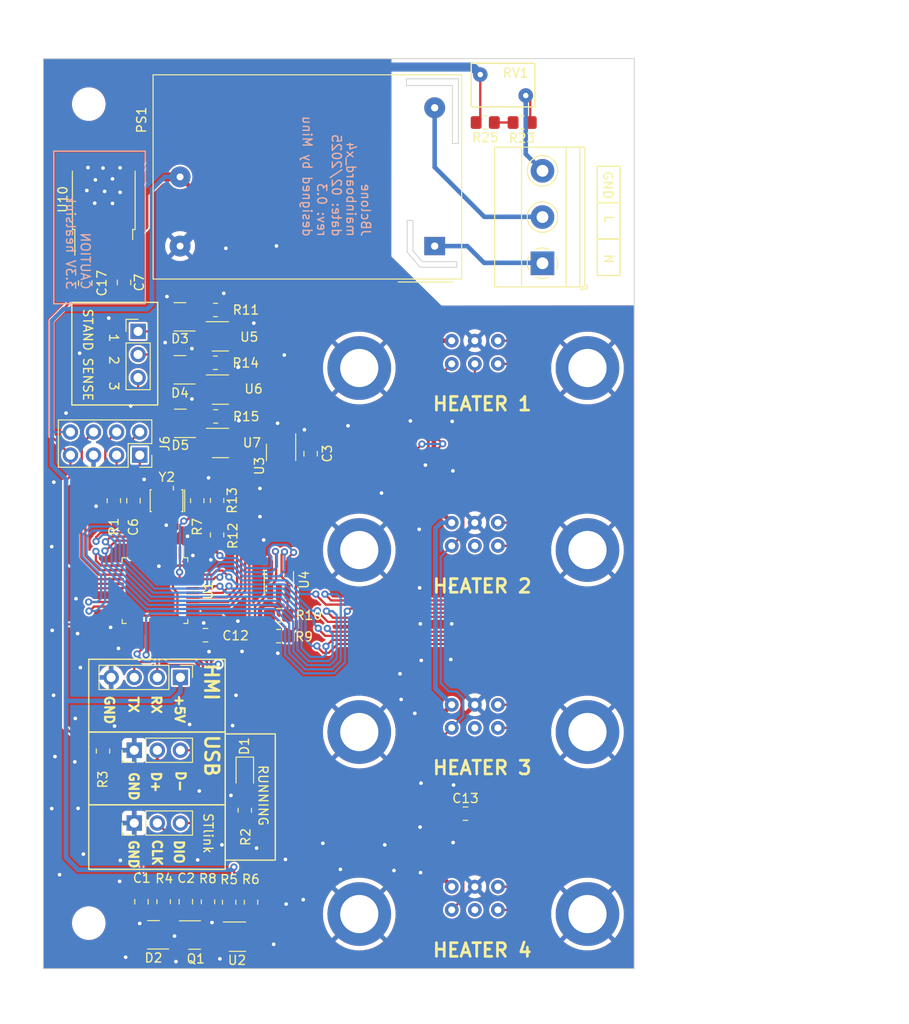
<source format=kicad_pcb>
(kicad_pcb (version 20221018) (generator pcbnew)
  (layers (0 "F.Cu" signal) (31 "B.Cu" signal) (34 "B.Paste" user) (35 "F.Paste" user) (36 "B.SilkS" user "B.Silkscreen") (37 "F.SilkS" user "F.Silkscreen") (38 "B.Mask" user) (39 "F.Mask" user) (44 "Edge.Cuts" user))
  (net 0 "")
  (net 1 "/NRST")
  (net 2 "GND")
  (net 3 "+5V")
  (net 4 "+3.3V")
  (net 5 "/HMI_RX")
  (net 6 "/HMI_TX")
  (net 7 "/TEMP_1")
  (net 8 "/HEATER_1")
  (net 9 "/USB_DP")
  (net 10 "/USB_DM")
  (net 11 "/TEMP_4")
  (net 12 "/HEATER_4")
  (net 13 "/TEMP_3")
  (net 14 "/HEATER_3")
  (net 15 "/PB0")
  (net 16 "/PA15")
  (net 17 "/PA7")
  (net 18 "/STAND_1")
  (net 19 "/STAND_2")
  (net 20 "/SWCLK")
  (net 21 "/SWIO")
  (net 22 "Net-(D3-A)")
  (net 23 "Net-(D4-A)")
  (net 24 "/hartbeat")
  (net 25 "/TEMP_2")
  (net 26 "/HEATER_2")
  (net 27 "Net-(U1-BOOT0)")
  (net 28 "/ZERO_CROSS")
  (net 29 "Net-(R23-Pad1)")
  (net 34 "Net-(U1-PD0_XTAL)")
  (net 35 "Net-(U1-PD1_XTAL)")
  (net 37 "Net-(D1-A)")
  (net 41 "Net-(C1-Pad2)")
  (net 42 "Net-(Q1-C)")
  (net 43 "/PA6")
  (net 44 "/PA5")
  (net 45 "/STAND_3")
  (net 46 "/PA4")
  (net 47 "Net-(D5-A)")
  (net 50 "+5VA")
  (net 53 "Net-(D2-K)")
  (net 54 "Net-(U3-ON)")
  (net 55 "Net-(U2-+)")
  (net 56 "/SCL2")
  (net 57 "/SDA2")
  (net 59 "/AC_N")
  (net 60 "/AC_L")
  (net 61 "Net-(J8-Pin_3)")
  (net 63 "Net-(U5--)")
  (footprint "Connector_PinSocket_2.54mm:PinSocket_2x04_P2.54mm_Vertical" (layer "F.Cu") (at 60.6044 93.5736 -90)
    (fp_text reference "J6")
    (fp_text value "GPIO")
  )
  (footprint "Package_QFP:LQFP-48_7x7mm_P0.5mm" (layer "F.Cu") (at 62.2808 108.458 -90)
    (fp_text reference "U1")
    (fp_text value "STM32F103C8T6" hide)
  )
  (footprint "TerminalBlock_Phoenix:TerminalBlock_Phoenix_MKDS-1,5-3-5.08_1x03_P5.08mm_Horizontal" (layer "F.Cu") (at 104.902 72.4916 90)
    (fp_text reference "J8" hide)
    (fp_text value "PWR" hide)
  )
  (footprint "Capacitor_SMD:C_0805_2012Metric_Pad1.18x1.45mm_HandSolder" (layer "F.Cu") (at 59.9186 98.5774 -90)
    (fp_text reference "C6")
    (fp_text value "100n" hide)
  )
  (footprint "01_ProjectFootprint:DaughterBoard" (layer "F.Cu") (at 100 141)
    (fp_text reference "J4" hide)
    (fp_text value "PB_2" hide)
  )
  (footprint "Resistor_SMD:R_0805_2012Metric_Pad1.20x1.40mm_HandSolder" (layer "F.Cu") (at 69.1134 98.552 -90)
    (fp_text reference "R13")
    (fp_text value "1.5k" hide)
  )
  (footprint "Resistor_SMD:R_0805_2012Metric_Pad1.20x1.40mm_HandSolder" (layer "F.Cu") (at 56.5658 126.0856 90)
    (fp_text reference "R3")
    (fp_text value "1.5k" hide)
  )
  (footprint "Package_TO_SOT_SMD:TO-252-2" (layer "F.Cu") (at 56.648 65.4704 90)
    (fp_text reference "U10")
    (fp_text value "LD1117DT33" hide)
  )
  (footprint "Connector_PinHeader_2.54mm:PinHeader_1x03_P2.54mm_Vertical" (layer "F.Cu") (at 60.4266 79.9742)
    (fp_text reference "J9" hide)
    (fp_text value "STAND" hide)
  )
  (footprint "Capacitor_SMD:C_0805_2012Metric_Pad1.18x1.45mm_HandSolder" (layer "F.Cu") (at 54.61 74.676 90)
    (fp_text reference "C17")
    (fp_text value "10uF" hide)
  )
  (footprint "Connector_PinHeader_2.54mm:PinHeader_1x03_P2.54mm_Vertical" (layer "F.Cu") (at 60 134 90)
    (fp_text reference "J7" hide)
    (fp_text value "STlink" hide)
  )
  (footprint "Capacitor_SMD:C_0805_2012Metric_Pad1.18x1.45mm_HandSolder" (layer "F.Cu") (at 79.4004 93.4212 90)
    (fp_text reference "C3")
    (fp_text value "10uF" hide)
  )
  (footprint "Package_TO_SOT_SMD:SOT-23-6_Handsoldering" (layer "F.Cu") (at 76.1492 93.2688 -90)
    (fp_text reference "U3")
    (fp_text value "TPS22919DCKR" hide)
  )
  (footprint "LED_SMD:LED_0805_2012Metric_Pad1.15x1.40mm_HandSolder" (layer "F.Cu") (at 72.1614 128.6096 -90)
    (fp_text reference "D1")
    (fp_text value "LED" hide)
  )
  (footprint "Package_TO_SOT_SMD:SOT-23-5_HandSoldering" (layer "F.Cu") (at 69.4728 86.3702)
    (fp_text reference "U6")
    (fp_text value "LMV321" hide)
  )
  (footprint "Resistor_SMD:R_0805_2012Metric_Pad1.20x1.40mm_HandSolder" (layer "F.Cu") (at 102.6668 57.023)
    (fp_text reference "R23")
    (fp_text value "590k" hide)
  )
  (footprint "Resistor_SMD:R_0805_2012Metric_Pad1.20x1.40mm_HandSolder" (layer "F.Cu") (at 63.23574 142.6445 90)
    (fp_text reference "R4")
    (fp_text value "10k" hide)
  )
  (footprint "Resistor_SMD:R_0805_2012Metric_Pad1.20x1.40mm_HandSolder" (layer "F.Cu") (at 68.9356 83.4246 180)
    (fp_text reference "R14")
    (fp_text value "10k" hide)
  )
  (footprint "Package_TO_SOT_SMD:SOT-23" (layer "F.Cu") (at 65.0721 90.0794 180)
    (fp_text reference "D5")
    (fp_text value "BAT54S" hide)
  )
  (footprint "Resistor_SMD:R_0805_2012Metric_Pad1.20x1.40mm_HandSolder" (layer "F.Cu") (at 68.11622 142.6445 -90)
    (fp_text reference "R5")
    (fp_text value "10k" hide)
  )
  (footprint "Package_TO_SOT_SMD:SOT-23" (layer "F.Cu") (at 65.0274 78.375 180)
    (fp_text reference "D3")
    (fp_text value "BAT54S" hide)
  )
  (footprint "Resistor_SMD:R_0805_2012Metric_Pad1.20x1.40mm_HandSolder" (layer "F.Cu") (at 75.8698 111.1758 180)
    (fp_text reference "R10")
    (fp_text value "1.5k" hide)
  )
  (footprint "01_ProjectFootprint:DaughterBoard" (layer "F.Cu") (at 100 81)
    (fp_text reference "J2" hide)
    (fp_text value "PB_2" hide)
  )
  (footprint "01_ProjectFootprint:DaughterBoard" (layer "F.Cu") (at 100 101)
    (fp_text reference "J10" hide)
    (fp_text value "PB_2" hide)
  )
  (footprint "Resistor_SMD:R_0805_2012Metric_Pad1.20x1.40mm_HandSolder" (layer "F.Cu") (at 98.6028 57.023)
    (fp_text reference "R25")
    (fp_text value "590k" hide)
  )
  (footprint "01_ProjectFootprint:DaughterBoard" (layer "F.Cu") (at 100 121)
    (fp_text reference "J5" hide)
    (fp_text value "PB_2" hide)
  )
  (footprint "Capacitor_SMD:C_0805_2012Metric_Pad1.18x1.45mm_HandSolder" (layer "F.Cu") (at 67.8434 113.3602)
    (fp_text reference "C12")
    (fp_text value "100n" hide)
  )
  (footprint "Resistor_SMD:R_0805_2012Metric_Pad1.20x1.40mm_HandSolder" (layer "F.Cu") (at 72.8472 142.6991 -90)
    (fp_text reference "R6")
    (fp_text value "10k" hide)
  )
  (footprint "Resistor_SMD:R_0805_2012Metric_Pad1.20x1.40mm_HandSolder" (layer "F.Cu") (at 68.9356 77.6224 180)
    (fp_text reference "R11")
    (fp_text value "10k" hide)
  )
  (footprint "Package_TO_SOT_SMD:SOT-23-5_HandSoldering" (layer "F.Cu") (at 75.9054 107.2697 90)
    (fp_text reference "U4")
    (fp_text value "24FC04HT" hide)
  )
  (footprint "Capacitor_SMD:C_0805_2012Metric_Pad1.18x1.45mm_HandSolder" (layer "F.Cu") (at 65.67598 142.6445 90)
    (fp_text reference "C2")
    (fp_text value "10uF" hide)
  )
  (footprint "Connector_PinHeader_2.54mm:PinHeader_1x04_P2.54mm_Vertical" (layer "F.Cu") (at 65.08 118 -90)
    (fp_text reference "J1" hide)
    (fp_text value "HMI" hide)
  )
  (footprint "Resistor_SMD:R_0805_2012Metric_Pad1.20x1.40mm_HandSolder" (layer "F.Cu") (at 57.7596 98.5774 90)
    (fp_text reference "R1")
    (fp_text value "10k" hide)
  )
  (footprint "Crystal:Resonator_SMD_Murata_CSTxExxV-3Pin_3.0x1.1mm_HandSoldering" (layer "F.Cu") (at 63.5508 98.5774 180)
    (fp_text reference "Y2")
    (fp_text value "8MHz" hide)
  )
  (footprint "Resistor_SMD:R_0805_2012Metric_Pad1.20x1.40mm_HandSolder" (layer "F.Cu") (at 75.8698 113.4618)
    (fp_text reference "R9")
    (fp_text value "1.5k" hide)
  )
  (footprint "Package_TO_SOT_SMD:SOT-23-5_HandSoldering" (layer "F.Cu") (at 71.35136 146.4856)
    (fp_text reference "U2")
    (fp_text value "LMV321" hide)
  )
  (footprint "Varistor:RV_Disc_D7mm_W4.8mm_P5mm" (layer "F.Cu") (at 103.0586 54.0582 180)
    (fp_text reference "RV1")
    (fp_text value "270KD07" hide)
  )
  (footprint "MountingHole:MountingHole_3.2mm_M3" (layer "F.Cu") (at 110 55)
    (fp_text reference "H2" hide)
    (fp_text value "MountingHole" hide)
  )
  (footprint "Package_TO_SOT_SMD:SOT-23-5_HandSoldering" (layer "F.Cu") (at 69.4917 92.2384)
    (fp_text reference "U7")
    (fp_text value "LMV321" hide)
  )
  (footprint "Package_TO_SOT_SMD:SOT-23" (layer "F.Cu") (at 65.0236 84.1968 180)
    (fp_text reference "D4")
    (fp_text value "BAT54S" hide)
  )
  (footprint "Package_TO_SOT_SMD:SOT-23" (layer "F.Cu") (at 66.64026 146.304)
    (fp_text reference "Q1")
    (fp_text value "MMBT3904" hide)
  )
  (footprint "MountingHole:MountingHole_3.2mm_M3" (layer "F.Cu") (at 55 145)
    (fp_text reference "H3" hide)
    (fp_text value "MountingHole" hide)
  )
  (footprint "Capacitor_SMD:C_0805_2012Metric_Pad1.18x1.45mm_HandSolder" (layer "F.Cu") (at 58.8772 74.5998 -90)
    (fp_text reference "C7")
    (fp_text value "10uF" hide)
  )
  (footprint "Resistor_SMD:R_0805_2012Metric_Pad1.20x1.40mm_HandSolder" (layer "F.Cu") (at 69.1134 102.3366 90)
    (fp_text reference "R12")
    (fp_text value "100k" hide)
  )
  (footprint "Capacitor_SMD:C_0805_2012Metric_Pad1.18x1.45mm_HandSolder" (layer "F.Cu") (at 96.4336 132.969)
    (fp_text reference "C13")
    (fp_text value "100n")
  )
  (footprint "Resistor_SMD:R_0805_2012Metric_Pad1.20x1.40mm_HandSolder" (layer "F.Cu") (at 70.43696 142.6991 90)
    (fp_text reference "R8")
    (fp_text value "10k" hide)
  )
  (footprint "Connector_PinHeader_2.54mm:PinHeader_1x03_P2.54mm_Vertical" (layer "F.Cu") (at 60 126 90)
    (fp_text reference "J3" hide)
    (fp_text value "USB" hide)
  )
  (footprint "Package_TO_SOT_SMD:SOT-23" (layer "F.Cu") (at 62.11906 146.2786 180)
    (fp_text reference "D2")
    (fp_text value "BAT54S" hide)
  )
  (footprint "Capacitor_SMD:C_0805_2012Metric_Pad1.18x1.45mm_HandSolder" (layer "F.Cu") (at 60.7955 142.6445 -90)
    (fp_text reference "C1")
    (fp_text value "100n" hide)
  )
  (footprint "Package_TO_SOT_SMD:SOT-23-5_HandSoldering" (layer "F.Cu") (at 69.4701 80.5188)
    (fp_text reference "U5")
    (fp_text value "LMV321" hide)
  )
  (footprint "Resistor_SMD:R_0805_2012Metric_Pad1.20x1.40mm_HandSolder" (layer "F.Cu") (at 66.929 98.5774 90)
    (fp_text reference "R7")
    (fp_text value "10k" hide)
  )
  (footprint "Converter_ACDC:Converter_ACDC_MeanWell_IRM-02-xx_THT" (layer "F.Cu") (at 93.0448 70.6015 180)
    (fp_text reference "PS1")
    (fp_text value "IRM-02-5" hide)
  )
  (footprint "Resistor_SMD:R_0805_2012Metric_Pad1.20x1.40mm_HandSolder" (layer "F.Cu") (at 72.1614 132.5974 -90)
    (fp_text reference "R2")
    (fp_text value "1.5k" hide)
  )
  (footprint "MountingHole:MountingHole_3.2mm_M3" (layer "F.Cu") (at 55 55)
    (fp_text reference "H1" hide)
    (fp_text value "MountingHole" hide)
  )
  (footprint "Resistor_SMD:R_0805_2012Metric_Pad1.20x1.40mm_HandSolder" (layer "F.Cu") (at 68.961 89.3174 180)
    (fp_text reference "R15")
    (fp_text value "10k" hide)
  )
  (gr_rect (start 51.1556 60.1726) (end 61.214 76.9366) (stroke (width 0.15)) (fill none) (layer "B.SilkS"))
  (gr_rect (start 110.9254 61.8298) (end 113.4254 65.8298) (stroke (width 0.15)) (fill none) (layer "F.SilkS"))
  (gr_rect (start 53.1368 76.7842) (end 62.5856 88.0618) (stroke (width 0.15)) (fill none) (layer "F.SilkS"))
  (gr_rect (start 55 132) (end 70 139.0856) (stroke (width 0.15)) (fill none) (layer "F.SilkS"))
  (gr_rect (start 55 124) (end 70 132) (stroke (width 0.15)) (fill none) (layer "F.SilkS"))
  (gr_rect (start 110.9254 65.8298) (end 113.4254 69.8298) (stroke (width 0.15)) (fill none) (layer "F.SilkS"))
  (gr_rect (start 110.9254 69.8298) (end 113.4254 73.8298) (stroke (width 0.15)) (fill none) (layer "F.SilkS"))
  (gr_rect (start 70.0104 124.2042) (end 75.5142 138.0744) (stroke (width 0.15)) (fill none) (layer "F.SilkS"))
  (gr_rect (start 55 116) (end 70 124) (stroke (width 0.15)) (fill none) (layer "F.SilkS"))
  (gr_line (start 90.0176 67.7672) (end 90.6526 67.7672) (stroke (width 0.1)) (layer "Edge.Cuts"))
  (gr_line (start 89.9414 52.959) (end 94.996 52.959) (stroke (width 0.1)) (layer "Edge.Cuts"))
  (gr_line (start 94.996 59.3344) (end 95.6564 59.3344) (stroke (width 0.1)) (layer "Edge.Cuts"))
  (gr_line (start 90.6526 67.7672) (end 90.6526 71.12) (stroke (width 0.1)) (layer "Edge.Cuts"))
  (gr_rect (start 50 50) (end 115 150) (stroke (width 0.1)) (fill none) (layer "Edge.Cuts"))
  (gr_line (start 95.6564 59.3344) (end 95.6564 52.2224) (stroke (width 0.1)) (layer "Edge.Cuts"))
  (gr_line (start 91.6686 72.3138) (end 95.4786 72.3138) (stroke (width 0.1)) (layer "Edge.Cuts"))
  (gr_line (start 90.0176 71.247) (end 90.0176 67.7672) (stroke (width 0.1)) (layer "Edge.Cuts"))
  (gr_line (start 91.4146 72.9234) (end 95.4786 72.9234) (stroke (width 0.1)) (layer "Edge.Cuts"))
  (gr_line (start 95.4786 72.9234) (end 95.4786 72.3138) (stroke (width 0.1)) (layer "Edge.Cuts"))
  (gr_line (start 89.9414 52.2224) (end 89.9414 52.959) (stroke (width 0.1)) (layer "Edge.Cuts"))
  (gr_line (start 95.6564 52.2224) (end 89.9414 52.2224) (stroke (width 0.1)) (layer "Edge.Cuts"))
  (gr_line (start 90.6526 71.12) (end 91.6686 72.3138) (stroke (width 0.1)) (layer "Edge.Cuts"))
  (gr_line (start 94.996 52.959) (end 94.996 59.3344) (stroke (width 0.1)) (layer "Edge.Cuts"))
  (gr_line (start 90.0176 71.247) (end 91.4146 72.9234) (stroke (width 0.1)) (layer "Edge.Cuts"))
  (gr_text "JBclone\nmainboard_x4\ndate: 02/2025\nrev: 0.3\ndesigned by Minu" (at 78.4352 69.6468 -90) (layer "B.SilkS") (effects (font (size 1 1)) (justify left bottom mirror)))
  (gr_text "CAUTION\n3.3V heatsink" (at 52.4256 75.4634 -90) (layer "B.SilkS") (effects (font (size 1 1)) (justify left bottom mirror)))
  (gr_text "RUNNING" (at 73.5838 127.5334 270) (layer "F.SilkS") (effects (font (size 1 1)) (justify left bottom)))
  (gr_text "D-" (at 64.516 128.143 -90) (layer "F.SilkS") (effects (font (size 1 1) (thickness 0.3) bold) (justify left bottom)))
  (gr_text "RX" (at 61.849 119.8372 -90) (layer "F.SilkS") (effects (font (size 1 1) (thickness 0.3) bold) (justify left bottom)))
  (gr_text "STAND SENSE" (at 54.3052 77.3938 -90) (layer "F.SilkS") (effects (font (size 1 1)) (justify left bottom)))
  (gr_text "GND" (at 111.506 62.2808 -90) (layer "F.SilkS") (effects (font (size 1 1)) (justify left bottom)))
  (gr_text "HEATER 4" (at 92.6846 148.844) (layer "F.SilkS") (effects (font (size 1.5 1.5) (thickness 0.3) bold) (justify left bottom)))
  (gr_text "L" (at 111.633 67.1068 -90) (layer "F.SilkS") (effects (font (size 1 1)) (justify left bottom)))
  (gr_text "2" (at 57.1754 82.5754 -90) (layer "F.SilkS") (effects (font (size 1 1)) (justify left bottom)))
  (gr_text "TX" (at 59.3344 119.9642 -90) (layer "F.SilkS") (effects (font (size 1 1) (thickness 0.3) bold) (justify left bottom)))
  (gr_text "1\n" (at 57.1754 80.1116 -90) (layer "F.SilkS") (effects (font (size 1 1)) (justify left bottom)))
  (gr_text "D+" (at 61.8236 128.2192 -90) (layer "F.SilkS") (effects (font (size 1 1) (thickness 0.3) bold) (justify left bottom)))
  (gr_text "CLK" (at 61.9252 135.6868 -90) (layer "F.SilkS") (effects (font (size 1 1) (thickness 0.3) bold) (justify left bottom)))
  (gr_text "3" (at 57.1754 85.4202 -90) (layer "F.SilkS") (effects (font (size 1 1)) (justify left bottom)))
  (gr_text "GND" (at 56.6674 119.888 -90) (layer "F.SilkS") (effects (font (size 1 1) (thickness 0.3) bold) (justify left bottom)))
  (gr_text "HEATER 3" (at 92.6846 128.8034) (layer "F.SilkS") (effects (font (size 1.5 1.5) (thickness 0.3) bold) (justify left bottom)))
  (gr_text "USB" (at 67.6402 124.1552 270) (layer "F.SilkS") (effects (font (size 1.5 1.5) (thickness 0.3) bold) (justify left bottom)))
  (gr_text "DIO" (at 64.3382 135.7376 -90) (layer "F.SilkS") (effects (font (size 1 1) (thickness 0.3) bold) (justify left bottom)))
  (gr_text "HEATER 1" (at 92.6846 88.8238) (layer "F.SilkS") (effects (font (size 1.5 1.5) (thickness 0.3) bold) (justify left bottom)))
  (gr_text "HMI" (at 67.6148 116.3066 270) (layer "F.SilkS") (effects (font (size 1.5 1.5) (thickness 0.3) bold) (justify left bottom)))
  (gr_text "HEATER 2" (at 92.6846 108.839) (layer "F.SilkS") (effects (font (size 1.5 1.5) (thickness 0.3) bold) (justify left bottom)))
  (gr_text "STlink" (at 67.5386 132.8166 270) (layer "F.SilkS") (effects (font (size 1 1)) (justify left bottom)))
  (gr_text "GND" (at 59.3598 128.27 -90) (layer "F.SilkS") (effects (font (size 1 1) (thickness 0.3) bold) (justify left bottom)))
  (gr_text "GND" (at 59.3344 135.7376 -90) (layer "F.SilkS") (effects (font (size 1 1) (thickness 0.3) bold) (justify left bottom)))
  (gr_text "N" (at 111.6076 71.374 -90) (layer "F.SilkS") (effects (font (size 1 1)) (justify left bottom)))
  (gr_text "+5V" (at 64.4144 119.761 -90) (layer "F.SilkS") (effects (font (size 1 1) (thickness 0.3) bold) (justify left bottom)))
  (segment (start 61.3156 100.4824) (end 61.3156 98.2218) (width 0.25) (layer "F.Cu") (net 1))
  (segment (start 59.9186 97.5399) (end 59.8811 97.5774) (width 0.25) (layer "F.Cu") (net 1))
  (segment (start 60.6337 97.5399) (end 59.9186 97.5399) (width 0.25) (layer "F.Cu") (net 1))
  (segment (start 62.0308 101.1976) (end 61.3156 100.4824) (width 0.25) (layer "F.Cu") (net 1))
  (segment (start 59.8811 97.5774) (end 57.7596 97.5774) (width 0.25) (layer "F.Cu") (net 1))
  (segment (start 61.3156 98.2218) (end 60.6337 97.5399) (width 0.25) (layer "F.Cu") (net 1))
  (segment (start 62.0308 104.2955) (end 62.0308 101.1976) (width 0.25) (layer "F.Cu") (net 1))
  (segment (start 75.8698 112.5728) (end 75.5142 112.2172) (width 0.25) (layer "F.Cu") (net 2))
  (segment (start 75.565 109.982) (end 75.9054 109.6416) (width 0.25) (layer "F.Cu") (net 2))
  (segment (start 73.7362 110.4138) (end 74.168 109.982) (width 0.25) (layer "F.Cu") (net 2))
  (segment (start 66.60248 142.621) (end 69.3166 142.621) (width 0.25) (layer "F.Cu") (net 2))
  (segment (start 68.97136 146.4856) (end 68.7578 146.27204) (width 0.25) (layer "F.Cu") (net 2))
  (segment (start 75.9054 109.6416) (end 75.9054 108.6197) (width 0.25) (layer "F.Cu") (net 2))
  (segment (start 61.5308 105.5744) (end 61.5308 104.2955) (width 0.25) (layer "F.Cu") (net 2))
  (segment (start 65.0494 114.7064) (end 64.5308 114.1878) (width 0.25) (layer "F.Cu") (net 2))
  (segment (start 68.7578 145.1356) (end 68.5546 144.9324) (width 0.25) (layer "F.Cu") (net 2))
  (segment (start 61.5308 101.333996) (end 59.9186 99.721796) (width 0.25) (layer "F.Cu") (net 2))
  (segment (start 68.7578 146.27204) (end 68.7578 145.1356) (width 0.25) (layer "F.Cu") (net 2))
  (segment (start 61.7341 105.7777) (end 61.5308 105.5744) (width 0.25) (layer "F.Cu") (net 2))
  (segment (start 73.7362 112.0394) (end 73.7362 110.4138) (width 0.25) (layer "F.Cu") (net 2))
  (segment (start 60.6044 145.034) (end 60.6044 145.70144) (width 0.25) (layer "F.Cu") (net 2))
  (segment (start 70.0494 141.7866) (end 69.3166 142.5194) (width 0.25) (layer "F.Cu") (net 2))
  (segment (start 64.5308 114.1878) (end 64.5308 112.6205) (width 0.25) (layer "F.Cu") (net 2))
  (segment (start 68.2244 115.1636) (end 68.7934 114.5946) (width 0.25) (layer "F.Cu") (net 2))
  (segment (start 68.2244 115.1636) (end 67.7672 114.7064) (width 0.25) (layer "F.Cu") (net 2))
  (segment (start 68.4276 105.4608) (end 67.6804 106.208) (width 0.25) (layer "F.Cu") (net 2))
  (segment (start 60.6044 145.70144) (end 61.18156 146.2786) (width 0.25) (layer "F.Cu") (net 2))
  (segment (start 98.0586 56.6547) (end 98.0586 51.7582) (width 0.25) (layer "F.Cu") (net 2))
  (segment (start 74.168 109.982) (end 75.565 109.982) (width 0.25) (layer "F.Cu") (net 2))
  (segment (start 73.914 112.2172) (end 73.7362 112.0394) (width 0.25) (layer "F.Cu") (net 2))
  (segment (start 75.7936 115.3414) (end 75.8698 115.2652) (width 0.25) (layer "F.Cu") (net 2))
  (segment (start 75.5142 112.2172) (end 73.914 112.2172) (width 0.25) (layer "F.Cu") (net 2))
  (segment (start 70.43696 141.7866) (end 70.0494 141.7866) (width 0.25) (layer "F.Cu") (net 2))
  (segment (start 67.6804 106.208) (end 66.4433 106.208) (width 0.25) (layer "F.Cu") (net 2))
  (segment (start 61.5308 104.2955) (end 61.5308 101.333996) (width 0.25) (layer "F.Cu") (net 2))
  (segment (start 63.5508 101.2444) (end 63.5508 98.5774) (width 0.25) (layer "F.Cu") (net 2))
  (segment (start 67.7672 114.7064) (end 65.0494 114.7064) (width 0.25) (layer "F.Cu") (net 2))
  (segment (start 69.3166 142.5194) (end 69.3166 142.621) (width 0.25) (layer "F.Cu") (net 2))
  (segment (start 68.4276 105.0798) (end 68.4276 105.4608) (width 0.25) (layer "F.Cu") (net 2))
  (segment (start 68.7934 114.5946) (end 68.7934 113.3602) (width 0.25) (layer "F.Cu") (net 2))
  (segment (start 59.9186 99.721796) (end 59.9186 99.5274) (width 0.25) (layer "F.Cu") (net 2))
  (segment (start 69.3166 144.1704) (end 68.5546 144.9324) (width 0.25) (layer "F.Cu") (net 2))
  (segment (start 97.6903 57.023) (end 98.0586 56.6547) (width 0.25) (layer "F.Cu") (net 2))
  (segment (start 69.3166 142.621) (end 69.3166 144.1704) (width 0.25) (layer "F.Cu") (net 2))
  (segment (start 63.5254 101.2698) (end 63.5508 101.2444) (width 0.25) (layer "F.Cu") (net 2))
  (segment (start 62.7126 105.7777) (end 61.7341 105.7777) (width 0.25) (layer "F.Cu") (net 2))
  (segment (start 70.00136 146.4856) (end 68.97136 146.4856) (width 0.25) (layer "F.Cu") (net 2))
  (segment (start 75.8698 115.2652) (end 75.8698 112.5728) (width 0.25) (layer "F.Cu") (net 2))
  (segment (start 65.67598 141.6945) (end 66.60248 142.621) (width 0.25) (layer "F.Cu") (net 2))
  (via (at 88.5698 139.2174) (size 0.8) (drill 0.4) (layers "F.Cu" "B.Cu") (net 2))
  (via (at 50.9778 112.8268) (size 0.8) (drill 0.4) (layers "F.Cu" "B.Cu") (net 2))
  (via (at 69.85 75.7936) (size 0.8) (drill 0.4) (layers "F.Cu" "B.Cu") (net 2))
  (via (at 91.3384 101.727) (size 0.8) (drill 0.4) (layers "F.Cu" "B.Cu") (net 2))
  (via (at 68.4276 105.0798) (size 0.8) (drill 0.4) (layers "F.Cu" "B.Cu") (net 2))
  (via (at 66.4464 104.5972) (size 0.8) (drill 0.4) (layers "F.Cu" "B.Cu") (net 2))
  (via (at 65.8622 102.489) (size 0.8) (drill 0.4) (layers "F.Cu" "B.Cu") (net 2))
  (via (at 60.6044 145.034) (size 0.8) (drill 0.4) (layers "F.Cu" "B.Cu") (net 2))
  (via (at 58.2676 114.808) (size 0.8) (drill 0.4) (layers "F.Cu" "B.Cu") (net 2))
  (via (at 95.0468 95.3008) (size 0.8) (drill 0.4) (layers "F.Cu" "B.Cu") (net 2))
  (via (at 73.152 79.0702) (size 0.8) (drill 0.4) (layers "F.Cu" "B.Cu") (net 2))
  (via (at 62.7126 105.7777) (size 0.8) (drill 0.4) (layers "F.Cu" "B.Cu") (net 2))
  (via (at 71.4248 83.9216) (size 0.8) (drill 0.4) (layers "F.Cu" "B.Cu") (net 2))
  (via (at 70.6374 130.9624) (size 0.8) (drill 0.4) (layers "F.Cu" "B.Cu") (net 2))
  (via (at 92.0242 94.6658) (size 0.8) (drill 0.4) (layers "F.Cu" "B.Cu") (net 2))
  (via (at 82.677 139.0904) (size 0.8) (drill 0.4) (layers "F.Cu" "B.Cu") (net 2))
  (via (at 61.087 96.2406) (size 0.8) (drill 0.4) (layers "F.Cu" "B.Cu") (net 2))
  (via (at 54.4068 137.414) (size 0.8) (drill 0.4) (layers "F.Cu" "B.Cu") (net 2))
  (via (at 74.2442 102.8954) (size 0.8) (drill 0.4) (layers "F.Cu" "B.Cu") (net 2))
  (via (at 63.5254 101.2698) (size 0.8) (drill 0.4) (layers "F.Cu" "B.Cu") (net 2))
  (via (at 51.1556 96.5454) (size 0.8) (drill 0.4) (layers "F.Cu" "B.Cu") (net 2))
  (via (at 66.0908 123.1646) (size 0.8) (drill 0.4) (layers "F.Cu" "B.Cu") (net 2))
  (via (at 73.8247 100.33) (size 0.8) (drill 0.4) (layers "F.Cu" "B.Cu") (net 2))
  (via (at 91.44 134.4422) (size 0.8) (drill 0.4) (layers "F.Cu" "B.Cu") (net 2))
  (via (at 73.4568 136.7536) (size 0.8) (drill 0.4) (layers "F.Cu" "B.Cu") (net 2))
  (via (at 53.7718 113.1824) (size 0.8) (drill 0.4) (layers "F.Cu" "B.Cu") (net 2))
  (via (at 89.3572 120.4214) (size 0.8) (drill 0.4) (layers "F.Cu" "B.Cu") (net 2))
  (via (at 91.4654 112.1156) (size 0.8) (drill 0.4) (layers "F.Cu" "B.Cu") (net 2))
  (via (at 53.467 127.2794) (size 0.8) (drill 0.4) (layers "F.Cu" "B.Cu") (net 2))
  (via (at 94.8182 116.0272) (size 0.8) (drill 0.4) (layers "F.Cu" "B.Cu") (net 2))
  (via (at 91.567 116.1288) (size 0.8) (drill 0.4) (layers "F.Cu" "B.Cu") (net 2))
  (via (at 91.5416 129.6162) (size 0.8) (drill 0.4) (layers "F.Cu" "B.Cu") (net 2))
  (via (at 73.8247 97.2312) (size 0.8) (drill 0.4) (layers "F.Cu" "B.Cu") (net 2))
  (via (at 68.1736 96.0628) (size 0.8) (drill 0.4) (layers "F.Cu" "B.Cu") (net 2))
  (via (at 94.9198 112.1156) (size 0.8) (drill 0.4) (layers "F.Cu" "B.Cu") (net 2))
  (via (at 55.8038 99.187) (size 0.8) (drill 0.4) (layers "F.Cu" "B.Cu") (net 2))
  (via (at 57.8358 123.3424) (size 0.8) (drill 0.4) (layers "F.Cu" "B.Cu") (net 2))
  (via (at 75.3364 147.32) (size 0.8) (drill 0.4) (layers "F.Cu" "B.Cu") (net 2))
  (via (at 78.5876 142.4178) (size 0.8) (drill 0.4) (layers "F.Cu" "B.Cu") (net 2))
  (via (at 63.3984 81.2038) (size 0.8) (drill 0.4) (layers "F.Cu" "B.Cu") (net 2))
  (via (at 57.404 112.4966) (size 0.8) (drill 0.4) (layers "F.Cu" "B.Cu") (net 2))
  (via (at 90.3732 89.8144) (size 0.8) (drill 0.4) (layers "F.Cu" "B.Cu") (net 2))
  (via (at 52.5018 88.9508) (size 0.8) (drill 0.4) (layers "F.Cu" "B.Cu") (net 2))
  (via (at 91.4908 139.446) (size 0.8) (drill 0.4) (layers "F.Cu" "B.Cu") (net 2))
  (via (at 87.5538 136.398) (size 0.8) (drill 0.4) (layers "F.Cu" "B.Cu") (net 2))
  (via (at 57.2008 78.5114) (size 0.8) (drill 0.4) (layers "F.Cu" "B.Cu") (net 2))
  (via (at 50.927 132.4102) (size 0.8) (drill 0.4) (layers "F.Cu" "B.Cu") (net 2))
  (via (at 87.1982 97.7392) (size 0.8) (drill 0.4) (layers "F.Cu" "B.Cu") (net 2))
  (via (at 95.123 129.8194) (size 0.8) (drill 0.4) (layers "F.Cu" "B.Cu") (net 2))
  (via (at 67.6402 112.014) (size 0.8) (drill 0.4) (layers "F.Cu" "B.Cu") (net 2))
  (via (at 75.7936 115.3414) (size 0.8) (drill 0.4) (layers "F.Cu" "B.Cu") (net 2))
  (via (at 95.0722 136.144) (size 0.8) (drill 0.4) (layers "F.Cu" "B.Cu") (net 2))
  (via (at 64.5922 149.225) (size 0.8) (drill 0.4) (layers "F.Cu" "B.Cu") (net 2))
  (via (at 53.5178 122.5042) (size 0.8) (drill 0.4) (layers "F.Cu" "B.Cu") (net 2))
  (via (at 94.7674 108.1786) (size 0.8) (drill 0.4) (layers "F.Cu" "B.Cu") (net 2))
  (via (at 67.1576 130.4798) (size 0.8) (drill 0.4) (layers "F.Cu" "B.Cu") (net 2))
  (via (at 71.8566 115.1382) (size 0.8) (drill 0.4) (layers "F.Cu" "B.Cu") (net 2))
  (via (at 76.5048 82.5754) (size 0.8) (drill 0.4) (layers "F.Cu" "B.Cu") (net 2))
  (via (at 91.3892 108.1532) (size 0.8) (drill 0.4) (layers "F.Cu" "B.Cu") (net 2))
  (via (at 70.8152 123.2916) (size 0.8) (drill 0.4) (layers "F.Cu" "B.Cu") (net 2))
  (via (at 51.7906 139.6746) (size 0.8) (drill 0.4) (layers "F.Cu" "B.Cu") (net 2))
  (via (at 64.43276 146.4208) (size 0.8) (drill 0.4) (layers "F.Cu" "B.Cu") (net 2))
  (via (at 83.5152 90.3478) (size 0.8) (drill 0.4) (layers "F.Cu" "B.Cu") (net 2))
  (via (at 76.6318 137.9982) (size 0.8) (drill 0.4) (layers "F.Cu" "B.Cu") (net 2))
  (via (at 53.8226 132.3848) (size 0.8) (drill 0.4) (layers "F.Cu" "B.Cu") (net 2))
  (via (at 66.3448 87.4014) (size 0.8) (drill 0.4) (layers "F.Cu" "B.Cu") (net 2))
  (via (at 76.708 142.9004) (size 0.8) (drill 0.4) (layers "F.Cu" "B.Cu") (net 2))
  (via (at 50.927 103.632) (size 0.8) (drill 0.4) (layers "F.Cu" "B.Cu") (net 2))
  (via (at 59.055 148.7424) (size 0.8) (drill 0.4) (layers "F.Cu" "B.Cu") (net 2))
  (via (at 66.3448 81.8642) (size 0.8) (drill 0.4) (layers "F.Cu" "B.Cu") (net 2))
  (via (at 51.1302 119.9642) (size 0.8) (drill 0.4) (layers "F.Cu" "B.Cu") (net 2))
  (via (at 78.7146 90.7796) (size 0.8) (drill 0.4) (layers "F.Cu" "B.Cu") (net 2))
  (via (at 66.9798 138.049) (size 0.8) (drill 0.4) (layers "F.Cu" "B.Cu") (net 2))
  (via (at 63.6016 76.1492) (size 0.8) (drill 0.4) (layers "F.Cu" "B.Cu") (net 2))
  (via (at 69.4182 148.9202) (size 0.8) (drill 0.4) (layers "F.Cu" "B.Cu") (net 2))
  (via (at 59.6138 88.1634) (size 0.8) (drill 0.4) (layers "F.Cu" "B.Cu") (net 2))
  (via (at 58.3946 140.4112) (size 0.8) (drill 0.4) (layers "F.Cu" "B.Cu") (net 2))
  (via (at 54.0766 116.9162) (size 0.8) (drill 0.4) (layers "F.Cu" "B.Cu") (net 2))
  (via (at 75.6412 70.5866) (size 0.8) (drill 0.4) (layers "F.Cu" "B.Cu") (net 2))
  (via (at 75.7682 90.0684) (size 0.8) (drill 0.4) (layers "F.Cu" "B.Cu") (net 2))
  (via (at 70.0786 70.8406) (size 0.8) (drill 0.4) (layers "F.Cu" "B.Cu") (net 2))
  (via (at 90.8558 121.9454) (size 0.8) (drill 0.4) (layers "F.Cu" "B.Cu") (net 2))
  (via (at 51.2826 126.6952) (size 0.8) (drill 0.4) (layers "F.Cu" "B.Cu") (net 2))
  (via (at 53.594 109.347) (size 0.8) (drill 0.4) (layers "F.Cu" "B.Cu") (net 2))
  (via (at 71.1962 119.9642) (size 0.8) (drill 0.4) (layers "F.Cu" "B.Cu") (net 2))
  (via (at 71.4949 89.789) (size 0.8) (drill 0.4) (layers "F.Cu" "B.Cu") (net 2))
  (via (at 69.6468 136.398) (size 0.8) (drill 0.4) (layers "F.Cu" "B.Cu") (net 2))
  (via (at 71.3994 111.8108) (size 0.8) (drill 0.4) (layers "F.Cu" "B.Cu") (net 2))
  (via (at 68.5546 144.9324) (size 0.8) (drill 0.4) (layers "F.Cu" "B.Cu") (net 2))
  (via (at 80.7466 136.2202) (size 0.8) (drill 0.4) (layers "F.Cu" "B.Cu") (net 2))
  (via (at 58.4708 138.0998) (size 0.8) (drill 0.4) (layers "F.Cu" "B.Cu") (net 2))
  (via (at 68.2244 115.1636) (size 0.8) (drill 0.4) (layers "F.Cu" "B.Cu") (net 2))
  (via (at 94.9706 89.8652) (size 0.8) (drill 0.4) (layers "F.Cu" "B.Cu") (net 2))
  (via (at 54.0004 82.3722) (size 0.8) (drill 0.4) (layers "F.Cu" "B.Cu") (net 2))
  (via (at 89.2302 117.602) (size 0.8) (drill 0.4) (layers "F.Cu" "B.Cu") (net 2))
  (segment (start 63.5254 104.9649) (end 62.7126 105.7777) (width 0.25) (layer "B.Cu") (net 2))
  (segment (start 76.8096 50.927) (end 70.5866 57.15) (width 1) (layer "B.Cu") (net 2))
  (segment (start 63.5254 101.2698) (end 63.5254 104.9649) (width 0.25) (layer "B.Cu") (net 2))
  (segment (start 70.5866 65.0597) (end 65.0448 70.6015) (width 1) (layer "B.Cu") (net 2))
  (segment (start 98.0586 51.7582) (end 97.2274 50.927) (width 1) (layer "B.Cu") (net 2))
  (segment (start 70.5866 57.15) (end 70.5866 65.0597) (width 1) (layer "B.Cu") (net 2))
  (segment (start 97.2274 50.927) (end 76.8096 50.927) (width 1) (layer "B.Cu") (net 2))
  (segment (start 62.8555 63.0015) (end 65.0448 63.0015) (width 1) (layer "F.Cu") (net 3))
  (segment (start 58.928 70.5104) (end 61.0616 68.3768) (width 1) (layer "F.Cu") (net 3))
  (segment (start 72.70136 145.5356) (end 73.72376 145.5356) (width 0.25) (layer "F.Cu") (net 3))
  (segment (start 61.0616 68.3768) (end 61.0616 64.7954) (width 1) (layer "F.Cu") (net 3))
  (segment (start 61.0616 64.7954) (end 62.8555 63.0015) (width 1) (layer "F.Cu") (net 3))
  (segment (start 71.99506 140.3858) (end 72.8472 141.23794) (width 0.25) (layer "F.Cu") (net 3))
  (segment (start 68.11622 141.15438) (end 68.11622 141.732) (width 0.25) (layer "F.Cu") (net 3))
  (segment (start 70.993 140.3858) (end 71.99506 140.3858) (width 0.25) (layer "F.Cu") (net 3))
  (segment (start 70.993 140.3858) (end 70.993 138.8618) (width 0.25) (layer "F.Cu") (net 3))
  (segment (start 74.0918 145.16756) (end 74.0918 142.16484) (width 0.25) (layer "F.Cu") (net 3))
  (segment (start 68.9102 140.3604) (end 68.11622 141.15438) (width 0.25) (layer "F.Cu") (net 3))
  (segment (start 68.9356 140.3858) (end 70.993 140.3858) (width 0.25) (layer "F.Cu") (net 3))
  (segment (start 58.928 73.5115) (end 58.8772 73.5623) (width 0.25) (layer "F.Cu") (net 3))
  (segment (start 70.993 138.8618) (end 70.9676 138.8364) (width 0.25) (layer "F.Cu") (net 3))
  (segment (start 73.72376 145.5356) (end 74.0918 145.16756) (width 0.25) (layer "F.Cu") (net 3))
  (segment (start 73.71356 141.7866) (end 72.8472 141.7866) (width 0.25) (layer "F.Cu") (net 3))
  (segment (start 72.8472 141.23794) (end 72.8472 141.7866) (width 0.25) (layer "F.Cu") (net 3))
  (segment (start 58.928 70.5104) (end 58.928 73.5115) (width 0.25) (layer "F.Cu") (net 3))
  (segment (start 77.0992 91.9188) (end 77.0992 88.3514) (width 0.5) (layer "F.Cu") (net 3))
  (segment (start 74.6252 72.5819) (end 65.0448 63.0015) (width 0.5) (layer "F.Cu") (net 3))
  (segment (start 68.9102 140.3604) (end 68.9356 140.3858) (width 0.25) (layer "F.Cu") (net 3))
  (segment (start 74.6252 85.8774) (end 74.6252 72.5819) (width 0.5) (layer "F.Cu") (net 3))
  (segment (start 74.0918 142.16484) (end 73.71356 141.7866) (width 0.25) (layer "F.Cu") (net 3))
  (segment (start 77.0992 88.3514) (end 74.6252 85.8774) (width 0.5) (layer "F.Cu") (net 3))
  (via (at 70.9676 138.8364) (size 0.8) (drill 0.4) (layers "F.Cu" "B.Cu") (net 3))
  (segment (start 52.5018 96.232318) (end 52.5018 120.5738) (width 0.5) (layer "B.Cu") (net 3))
  (segment (start 70.9676 138.938) (end 70.9676 138.8364) (width 0.5) (layer "B.Cu") (net 3))
  (segment (start 52.5018 120.5738) (end 52.5526 120.5738) (width 0.5) (layer "B.Cu") (net 3))
  (segment (start 61.9506 64.389) (end 61.9506 76.9874) (width 0.5) (layer "B.Cu") (net 3))
  (segment (start 65.08 119.6034) (end 65.08 118) (width 0.5) (layer "B.Cu") (net 3))
  (segment (start 63.3381 63.0015) (end 61.9506 64.389) (width 0.5) (layer "B.Cu") (net 3))
  (segment (start 50.927 78.8162) (end 50.927 90.7796) (width 0.5) (layer "B.Cu") (net 3))
  (segment (start 71.0692 138.8364) (end 70.9676 138.938) (width 0.5) (layer "B.Cu") (net 3))
  (segment (start 52.5526 120.5738) (end 52.5018 120.6246) (width 0.5) (layer "B.Cu") (net 3))
  (segment (start 52.5018 120.6246) (end 52.5018 137.795) (width 0.5) (layer "B.Cu") (net 3))
  (segment (start 52.2224 77.5208) (end 50.927 78.8162) (width 0.5) (layer "B.Cu") (net 3))
  (segment (start 65.0448 63.0015) (end 63.3381 63.0015) (width 0.5) (layer "B.Cu") (net 3))
  (segment (start 61.4172 77.5208) (end 52.2224 77.5208) (width 0.5) (layer "B.Cu") (net 3))
  (segment (start 53.848 139.1412) (end 70.7644 139.1412) (width 0.5) (layer "B.Cu") (net 3))
  (segment (start 51.181 91.0336) (end 50.927 90.7796) (width 0.25) (layer "B.Cu") (net 3))
  (segment (start 50.927 90.7796) (end 50.927 94.657518) (width 0.5) (layer "B.Cu") (net 3))
  (segment (start 61.9506 76.9874) (end 61.4172 77.5208) (width 0.5) (layer "B.Cu") (net 3))
  (segment (start 50.927 94.657518) (end 52.5018 96.232318) (width 0.5) (layer "B.Cu") (net 3))
  (segment (start 70.9676 138.8364) (end 71.0692 138.8364) (width 0.5) (layer "B.Cu") (net 3))
  (segment (start 52.5526 120.5738) (end 64.1096 120.5738) (width 0.5) (layer "B.Cu") (net 3))
  (segment (start 70.7644 139.1412) (end 70.9676 138.938) (width 0.5) (layer "B.Cu") (net 3))
  (segment (start 52.9844 91.0336) (end 51.181 91.0336) (width 0.25) (layer "B.Cu") (net 3))
  (segment (start 52.5018 137.795) (end 53.848 139.1412) (width 0.5) (layer "B.Cu") (net 3))
  (segment (start 64.1096 120.5738) (end 65.08 119.6034) (width 0.5) (layer "B.Cu") (net 3))
  (segment (start 52.3748 123.4186) (end 54.1293 125.1731) (width 0.25) (layer "F.Cu") (net 4))
  (segment (start 68.8594 104.2416) (end 68.240495 104.2416) (width 0.25) (layer "F.Cu") (net 4))
  (segment (start 69.7178 86.5252) (end 69.7178 89.0742) (width 0.25) (layer "F.Cu") (net 4))
  (segment (start 61.9252 61.1632) (end 60.4424 62.646) (width 0.25) (layer "F.Cu") (net 4))
  (segment (start 76.8554 105.9197) (end 77.7948 106.8591) (width 0.25) (layer "F.Cu") (net 4))
  (segment (start 93.5228 91.9226) (end 93.5228 84.9372) (width 0.25) (layer "F.Cu") (net 4))
  (segment (start 93.7128 132.969) (end 93.7128 138.626074) (width 0.25) (layer "F.Cu") (net 4))
  (segment (start 65.0308 113.3162) (end 65.0308 112.6205) (width 0.25) (layer "F.Cu") (net 4))
  (segment (start 66.8934 113.3602) (end 66.487 113.7666) (width 0.25) (layer "F.Cu") (net 4))
  (segment (start 52.4764 112.1664) (end 52.3748 112.0648) (width 0.25) (layer "F.Cu") (net 4))
  (segment (start 94.92 123.54) (end 93.7128 124.7472) (width 0.25) (layer "F.Cu") (net 4))
  (segment (start 69.6976 91.948) (end 70.3572 91.2884) (width 0.25) (layer "F.Cu") (net 4))
  (segment (start 96.1898 139.8778) (end 96.1898 142.2702) (width 0.25) (layer "F.Cu") (net 4))
  (segment (start 70.8588 95.288804) (end 69.6976 94.127604) (width 0.25) (layer "F.Cu") (net 4))
  (segment (start 70.3572 91.2884) (end 70.8417 91.2884) (width 0.25) (layer "F.Cu") (net 4))
  (segment (start 70.8228 85.4202) (end 69.7178 86.5252) (width 0.25) (layer "F.Cu") (net 4))
  (segment (start 52.7156 77.0022) (end 50.9016 78.8162) (width 0.25) (layer "F.Cu") (net 4))
  (segment (start 52.9844 95.885) (end 52.9844 93.5736) (width 0.25) (layer "F.Cu") (net 4))
  (segment (start 65.0308 111.4874) (end 65.0308 112.6205) (width 0.25) (layer "F.Cu") (net 4))
  (segment (start 66.7793 61.1632) (end 61.9252 61.1632) (width 0.25) (layer "F.Cu") (net 4))
  (segment (start 61.0308 105.710796) (end 61.0308 104.2955) (width 0.25) (layer "F.Cu") (net 4))
  (segment (start 69.417057 104.608397) (end 69.05026 104.2416) (width 0.25) (layer "F.Cu") (net 4))
  (segment (start 90.999 93.024) (end 82.6354 93.024) (width 0.25) (layer "F.Cu") (net 4))
  (segment (start 63.013405 106.5022) (end 61.822204 106.5022) (width 0.25) (layer "F.Cu") (net 4))
  (segment (start 70.8588 101.5912) (end 70.8588 95.288804) (width 0.25) (layer "F.Cu") (net 4))
  (segment (start 66.487 113.7666) (end 65.4812 113.7666) (width 0.25) (layer "F.Cu") (net 4))
  (segment (start 95.5802 139.2682) (end 96.1898 139.8778) (width 0.25) (layer "F.Cu") (net 4))
  (segment (start 68.0426 62.4265) (end 66.7793 61.1632) (width 0.25) (layer "F.Cu") (net 4))
  (segment (start 60.4424 62.646) (end 58.2836 62.646) (width 0.25) (layer "F.Cu") (net 4))
  (segment (start 64.7514 111.208) (end 65.0308 111.4874) (width 0.25) (layer "F.Cu") (net 4))
  (segment (start 65.4812 113.7666) (end 65.0308 113.3162) (width 0.25) (layer "F.Cu") (net 4))
  (segment (start 69.1134 103.3366) (end 70.8588 101.5912) (width 0.25) (layer "F.Cu") (net 4))
  (segment (start 67.7026 105.4238) (end 67.4184 105.708) (width 0.25) (layer "F.Cu") (net 4))
  (segment (start 64.7514 108.6934) (end 64.262 108.204) (width 0.25) (layer "F.Cu") (net 4))
  (segment (start 69.05026 104.2416) (end 69.1134 104.17846) (width 0.25) (layer "F.Cu") (net 4))
  (segment (start 69.6976 94.127604) (end 69.6976 91.948) (width 0.25) (layer "F.Cu") (net 4))
  (segment (start 68.0426 65.186128) (end 68.0426 62.4265) (width 0.25) (layer "F.Cu") (net 4))
  (segment (start 67.7026 104.779495) (end 67.7026 105.4238) (width 0.25) (layer "F.Cu") (net 4))
  (segment (start 53.7904 65.996) (end 52.7004 67.086) (width 0.25) (layer "F.Cu") (net 4))
  (segment (start 52.7004 75.281) (end 53.0454 75.626) (width 0.25) (layer "F.Cu") (net 4))
  (segment (start 50.9016 78.8162) (end 50.9016 91.4908) (width 0.25) (layer "F.Cu") (net 4))
  (segment (start 93.7128 138.626074) (end 94.354926 139.2682) (width 0.25) (layer "F.Cu") (net 4))
  (segment (start 63.807605 105.708) (end 63.013405 106.5022) (width 0.25) (layer "F.Cu") (net 4))
  (segment (start 69.961 89.3174) (end 69.961 90.4077) (width 0.25) (layer "F.Cu") (net 4))
  (segment (start 64.7514 111.208) (end 64.7514 108.6934) (width 0.25) (layer "F.Cu") (net 4))
  (segment (start 93.9292 92.329) (end 93.5228 91.9226) (width 0.25) (layer "F.Cu") (net 4))
  (segment (start 75.2002 72.343728) (end 68.0426 65.186128) (width 0.25) (layer "F.Cu") (net 4))
  (segment (start 69.9356 77.6224) (end 69.9356 78.6843) (width 0.25) (layer "F.Cu") (net 4))
  (segment (start 54.3804 65.996) (end 53.7904 65.996) (width 0.25) (layer "F.Cu") (net 4))
  (segment (start 95.4836 132.969) (end 93.7128 132.969) (width 0.25) (layer "F.Cu") (net 4))
  (segment (start 77.7948 106.8591) (end 77.7948 112.5368) (width 0.25) (layer "F.Cu") (net 4))
  (segment (start 52.7004 67.086) (end 52.7004 75.281) (width 0.25) (layer "F.Cu") (net 4))
  (segment (start 91.6432 92.3798) (end 90.999 93.024) (width 0.25) (layer "F.Cu") (net 4))
  (segment (start 76.8554 105.9197) (end 76.8554 104.933774) (width 0.25) (layer "F.Cu") (net 4))
  (segment (start 93.5228 84.9372) (end 94.92 83.54) (width 0.25) (layer "F.Cu") (net 4))
  (segment (start 76.8698 112.788973) (end 76.8698 113.4618) (width 0.25) (layer "F.Cu") (net 4))
  (segment (start 53.0454 75.626) (end 53.1266 75.626) (width 0.25) (layer "F.Cu") (net 4))
  (segment (start 94.354926 139.2682) (end 95.5802 139.2682) (width 0.25) (layer "F.Cu") (net 4))
  (segment (start 76.8554 104.933774) (end 77.527162 104.262012) (width 0.25) (layer "F.Cu") (net 4))
  (segment (start 91.6432 92.3544) (end 91.6432 92.3798) (width 0.25) (layer "F.Cu") (net 4))
  (segment (start 96.1898 100.33) (end 96.1898 102.2702) (width 0.25) (layer "F.Cu") (net 4))
  (segment (start 64.262 105.708) (end 63.807605 105.708) (width 0.25) (layer "F.Cu") (net 4))
  (segment (start 75.256627 111.1758) (end 76.8698 112.788973) (width 0.25) (layer "F.Cu") (net 4))
  (segment (start 93.5228 92.7354) (end 93.5228 97.663) (width 0.25) (layer "F.Cu") (net 4))
  (segment (start 93.7128 124.7472) (end 93.7128 132.969) (width 0.25) (layer "F.Cu") (net 4))
  (segment (start 58.2836 62.646) (end 58.173 62.5354) (width 0.25) (layer "F.Cu") (net 4))
  (segment (start 56.1086 112.1664) (end 52.4764 112.1664) (width 0.25) (layer "F.Cu") (net 4))
  (segment (start 96.1898 102.2702) (end 94.92 103.54) (width 0.25) (layer "F.Cu") (net 4))
  (segment (start 53.1266 75.626) (end 52.7156 76.037) (width 0.25) (layer "F.Cu") (net 4))
  (segment (start 60.1726 100.6602) (end 61.0308 101.5184) (width 0.25) (layer "F.Cu") (net 4))
  (segment (start 70.8201 79.5688) (end 69.4436 80.9453) (width 0.25) (layer "F.Cu") (net 4))
  (segment (start 52.3748 112.0648) (end 52.3748 111.8256) (width 0.25) (layer "F.Cu") (net 4))
  (segment (start 52.3748 111.8256) (end 52.3748 96.4946) (width 0.25) (layer "F.Cu") (net 4))
  (segment (start 93.9292 92.329) (end 93.5228 92.7354) (width 0.25) (layer "F.Cu") (net 4))
  (segment (start 69.9356 82.5848) (end 69.9356 84.533) (width 0.25) (layer "F.Cu") (net 4))
  (segment (start 69.05026 104.2416) (end 68.8594 104.2416) (width 0.25) (layer "F.Cu") (net 4))
  (segment (start 61.0308 101.5184) (end 61.0308 104.2955) (width 0.25) (layer "F.Cu") (net 4))
  (segment (start 69.7178 89.0742) (end 69.961 89.3174) (width 0.25) (layer "F.Cu") (net 4))
  (segment (start 52.7156 76.037) (end 52.7156 77.0022) (width 0.25) (layer "F.Cu") (net 4))
  (segment (start 69.9356 78.6843) (end 70.8201 79.5688) (width 0.25) (layer "F.Cu") (net 4))
  (segment (start 69.4436 80.9453) (end 69.4436 82.0928) (width 0.25) (layer "F.Cu") (net 4))
  (segment (start 69.1134 104.17846) (end 69.1134 103.3366) (width 0.25) (layer "F.Cu") (net 4))
  (segment (start 68.240495 104.2416) (end 67.7026 104.779495) (width 0.25) (layer "F.Cu") (net 4))
  (segment (start 93.5228 97.663) (end 96.1898 100.33) (width 0.25) (layer "F.Cu") (net 4))
  (segment (start 64.262 108.204) (end 64.262 105.708) (width 0.25) (layer "F.Cu") (net 4))
  (segment (start 74.8698 111.1758) (end 75.256627 111.1758) (width 0.25) (layer "F.Cu") (net 4))
  (segment (start 69.961 90.4077) (end 70.8417 91.2884) (width 0.25) (layer "F.Cu") (net 4))
  (segment (start 61.822204 106.5022) (end 61.0308 105.710796) (width 0.25) (layer "F.Cu") (net 4))
  (segment (start 66.4433 105.708) (end 64.262 105.708) (width 0.25) (layer "F.Cu") (net 4))
  (segment (start 57.067 111.208) (end 56.1086 112.1664) (width 0.25) (layer "F.Cu") (net 4))
  (segment (start 75.2002 85.5888) (end 75.2002 72.343728) (width 0.25) (layer "F.Cu") (net 4))
  (segment (start 53.1266 75.626) (end 54.5225 75.626) (width 0.25) (layer "F.Cu") (net 4))
  (segment (start 69.9356 84.533) (end 70.8228 85.4202) (width 0.25) (layer "F.Cu") (net 4))
  (segment (start 52.3748 96.4946) (end 52.9844 95.885) (width 0.25) (layer "F.Cu") (net 4))
  (segment (start 77.7948 112.5368) (end 76.8698 113.4618) (width 0.25) (layer "F.Cu") (net 4))
  (segment (start 54.1293 125.1731) (end 56.5658 125.1731) (width 0.25) (layer "F.Cu") (net 4))
  (segment (start 57.7596 100.2284) (end 58.1914 100.6602) (width 0.25) (layer "F.Cu") (net 4))
  (segment (start 50.9016 91.4908) (end 52.9844 93.5736) (width 0.25) (layer "F.Cu") (net 4))
  (segment (start 57.7596 99.5774) (end 57.7596 100.2284) (width 0.25) (layer "F.Cu") (net 4))
  (segment (start 82.6354 93.024) (end 75.2002 85.5888) (width 0.25) (layer "F.Cu") (net 4))
  (segment (start 58.1183 111.208) (end 57.067 111.208) (width 0.25) (layer "F.Cu") (net 4))
  (segment (start 52.3748 111.8256) (end 52.3748 123.4186) (width 0.25) (layer "F.Cu") (net 4))
  (segment (start 96.1898 142.2702) (end 94.92 143.54) (width 0.25) (layer "F.Cu") (net 4))
  (segment (start 67.4184 105.708) (end 66.4433 105.708) (width 0.25) (layer "F.Cu") (net 4))
  (segment (start 58.1183 111.208) (end 64.7514 111.208) (width 0.25) (layer "F.Cu") (net 4))
  (segment (start 54.5225 75.626) (end 54.61 75.7135) (width 0.25) (layer "F.Cu") (net 4))
  (segment (start 58.1914 100.6602) (end 60.1726 100.6602) (width 0.25) (layer "F.Cu") (net 4))
  (segment (start 69.4436 82.0928) (end 69.9356 82.5848) (width 0.25) (layer "F.Cu") (net 4))
  (via (at 58.4454 64.6938) (size 0.8) (drill 0.4) (layers "F.Cu" "B.Cu") (net 4))
  (via (at 55.6514 65.8876) (size 0.8) (drill 0.4) (layers "F.Cu" "B.Cu") (net 4))
  (via (at 93.9292 92.329) (size 0.8) (drill 0.4) (layers "F.Cu" "B.Cu") (net 4))
  (via (at 91.6432 92.3544) (size 0.8) (drill 0.4) (layers "F.Cu" "B.Cu") (net 4))
  (via (at 58.4454 62.0014) (size 0.8) (drill 0.4) (layers "F.Cu" "B.Cu") (net 4))
  (via (at 69.417057 104.608397) (size 0.8) (drill 0.4) (layers "F.Cu" "B.Cu") (net 4))
  (via (at 54.9148 61.976) (size 0.8) (drill 0.4) (layers "F.Cu" "B.Cu") (net 4))
  (via (at 54.7878 64.4906) (size 0.8) (drill 0.4) (layers "F.Cu" "B.Cu") (net 4))
  (via (at 57.6072 63.2206) (size 0.8) (drill 0.4) (layers "F.Cu" "B.Cu") (net 4))
  (via (at 56.5658 62.0268) (size 0.8) (drill 0.4) (layers "F.Cu" "B.Cu") (net 4))
  (via (at 55.7276 63.3222) (size 0.8) (drill 0.4) (layers "F.Cu" "B.Cu") (net 4))
  (via (at 77.527162 104.262012) (size 0.8) (drill 0.4) (layers "F.Cu" "B.Cu") (net 4))
  (via (at 56.7436 64.5922) (size 0.8) (drill 0.4) (layers "F.Cu" "B.Cu") (net 4))
  (via (at 57.6072 65.913) (size 0.8) (drill 0.4) (layers "F.Cu" "B.Cu") (net 4))
  (segment (start 75.231336 103.422385) (end 76.78709 103.422385) (width 0.25) (layer "B.Cu") (net 4))
  (segment (start 69.691557 104.882897) (end 71.266735 104.882897) (width 0.25) (layer "B.Cu") (net 4))
  (segment (start 94.619126 119.5324) (end 95.4278 119.5324) (width 0.25) (layer "B.Cu") (net 4))
  (segment (start 93.9038 92.3544) (end 91.6432 92.3544) (width 0.25) (layer "B.Cu") (net 4))
  (segment (start 74.803 104.5464) (end 74.803 103.850721) (width 0.25) (layer "B.Cu") (net 4))
  (segment (start 93.9292 92.329) (end 93.9038 92.3544) (width 0.25) (layer "B.Cu") (net 4))
  (segment (start 75.0824 104.8258) (end 74.803 104.5464) (width 0.25) (layer "B.Cu") (net 4))
  (segment (start 74.891052 105.982348) (end 75.0824 105.791) (width 0.25) (layer "B.Cu") (net 4))
  (segment (start 69.417057 104.608397) (end 69.691557 104.882897) (width 0.25) (layer "B.Cu") (net 4))
  (segment (start 74.803 103.850721) (end 75.231336 103.422385) (width 0.25) (layer "B.Cu") (net 4))
  (segment (start 77.527162 104.162457) (end 77.527162 104.262012) (width 0.25) (layer "B.Cu") (net 4))
  (segment (start 94.92 103.54) (end 93.7128 104.7472) (width 0.25) (layer "B.Cu") (net 4))
  (segment (start 72.366186 105.982348) (end 74.891052 105.982348) (width 0.25) (layer "B.Cu") (net 4))
  (segment (start 71.266735 104.882897) (end 72.366186 105.982348) (width 0.25) (layer "B.Cu") (net 4))
  (segment (start 96.1898 120.2944) (end 96.1898 122.2702) (width 0.25) (layer "B.Cu") (net 4))
  (segment (start 93.7128 104.7472) (end 93.7128 118.626074) (width 0.25) (layer "B.Cu") (net 4))
  (segment (start 96.1898 122.2702) (end 94.92 123.54) (width 0.25) (layer "B.Cu") (net 4))
  (segment (start 76.78709 103.422385) (end 77.527162 104.162457) (width 0.25) (layer "B.Cu") (net 4))
  (segment (start 93.7128 118.626074) (end 94.619126 119.5324) (width 0.25) (layer "B.Cu") (net 4))
  (segment (start 95.4278 119.5324) (end 96.1898 120.2944) (width 0.25) (layer "B.Cu") (net 4))
  (segment (start 75.0824 105.791) (end 75.0824 104.8258) (width 0.25) (layer "B.Cu") (net 4))
  (segment (start 62.5308 117.9908) (end 62.54 118) (width 0.25) (layer "F.Cu") (net 5))
  (segment (start 62.5308 112.6205) (end 62.5308 117.9908) (width 0.25) (layer "F.Cu") (net 5))
  (segment (start 62.0308 116.0232) (end 61.7474 116.3066) (width 0.25) (layer "F.Cu") (net 6))
  (segment (start 60.3504 116.3066) (end 60 116.657) (width 0.25) (layer "F.Cu") (net 6))
  (segment (start 61.7474 116.3066) (end 60.3504 116.3066) (width 0.25) (layer "F.Cu") (net 6))
  (segment (start 62.0308 112.6205) (end 62.0308 116.0232) (width 0.25) (layer "F.Cu") (net 6))
  (segment (start 60 116.657) (end 60 118) (width 0.25) (layer "F.Cu") (net 6))
  (segment (start 59.5308 103.1172) (end 59.5308 104.2955) (width 0.25) (layer "F.Cu") (net 7))
  (segment (start 83.8322 111.443) (end 84.3822 110.893) (width 0.25) (layer "F.Cu") (net 7))
  (segment (start 81.869597 111.443) (end 83.8322 111.443) (width 0.25) (layer "F.Cu") (net 7))
  (segment (start 102.4376 83.54) (end 100 83.54) (width 0.25) (layer "F.Cu") (net 7))
  (segment (start 103.4652 84.5676) (end 102.4376 83.54) (width 0.25) (layer "F.Cu") (net 7))
  (segment (start 103.4652 109.619588) (end 103.4652 84.5676) (width 0.25) (layer "F.Cu") (net 7))
  (segment (start 56.78021 104.087298) (end 56.872502 104.087298) (width 0.25) (layer "F.Cu") (net 7))
  (segment (start 57.9882 102.9716) (end 59.3852 102.9716) (width 0.25) (layer "F.Cu") (net 7))
  (segment (start 56.872502 104.087298) (end 57.9882 102.9716) (width 0.25) (layer "F.Cu") (net 7))
  (segment (start 59.3852 102.9716) (end 59.5308 103.1172) (width 0.25) (layer "F.Cu") (net 7))
  (segment (start 102.191788 110.893) (end 103.4652 109.619588) (width 0.25) (layer "F.Cu") (net 7))
  (segment (start 84.3822 110.893) (end 102.191788 110.893) (width 0.25) (layer "F.Cu") (net 7))
  (segment (start 81.144097 110.7175) (end 81.869597 111.443) (width 0.25) (layer "F.Cu") (net 7))
  (via (at 56.78021 104.087298) (size 0.8) (drill 0.4) (layers "F.Cu" "B.Cu") (net 7))
  (via (at 81.144097 110.7175) (size 0.8) (drill 0.4) (layers "F.Cu" "B.Cu") (net 7))
  (segment (start 56.896119 105.434123) (end 56.896119 104.203207) (width 0.25) (layer "B.Cu") (net 7))
  (segment (start 81.144097 110.7175) (end 81.8377 110.7175) (width 0.25) (layer "B.Cu") (net 7))
  (segment (start 75.642144 110.032348) (end 61.494344 110.032348) (width 0.25) (layer "B.Cu") (net 7))
  (segment (start 81.8377 110.7175) (end 82.263484 111.143284) (width 0.25) (layer "B.Cu") (net 7))
  (segment (start 82.263484 111.143284) (end 82.263484 115.926628) (width 0.25) (layer "B.Cu") (net 7))
  (segment (start 78.994661 116.6478) (end 77.4916 115.144739) (width 0.25) (layer "B.Cu") (net 7))
  (segment (start 81.542312 116.6478) (end 78.994661 116.6478) (width 0.25) (layer "B.Cu") (net 7))
  (segment (start 82.263484 115.926628) (end 81.542312 116.6478) (width 0.25) (layer "B.Cu") (net 7))
  (segment (start 77.4916 115.144739) (end 77.4916 111.881804) (width 0.25) (layer "B.Cu") (net 7))
  (segment (start 77.4916 111.881804) (end 75.642144 110.032348) (width 0.25) (layer "B.Cu") (net 7))
  (segment (start 56.896119 104.203207) (end 56.78021 104.087298) (width 0.25) (layer "B.Cu") (net 7))
  (segment (start 61.494344 110.032348) (end 56.896119 105.434123) (width 0.25) (layer "B.Cu") (net 7))
  (segment (start 102.378184 111.343) (end 103.9152 109.805984) (width 0.25) (layer "F.Cu") (net 8))
  (segment (start 103.9152 82.4014) (end 102.5138 81) (width 0.25) (layer "F.Cu") (net 8))
  (segment (start 66.4433 106.708) (end 68.5774 106.708) (width 0.25) (layer "F.Cu") (net 8))
  (segment (start 80.145666 110.671243) (end 80.145666 110.744374) (width 0.25) (layer "F.Cu") (net 8))
  (segment (start 80.145666 110.744374) (end 81.294292 111.893) (width 0.25) (layer "F.Cu") (net 8))
  (segment (start 81.294292 111.893) (end 84.1188 111.893) (width 0.25) (layer "F.Cu") (net 8))
  (segment (start 103.9152 109.805984) (end 103.9152 82.4014) (width 0.25) (layer "F.Cu") (net 8))
  (segment (start 102.5138 81) (end 100 81) (width 0.25) (layer "F.Cu") (net 8))
  (segment (start 69.026351 106.259049) (end 69.708394 106.259049) (width 0.25) (layer "F.Cu") (net 8))
  (segment (start 84.1188 111.893) (end 84.6688 111.343) (width 0.25) (layer "F.Cu") (net 8))
  (segment (start 84.6688 111.343) (end 102.378184 111.343) (width 0.25) (layer "F.Cu") (net 8))
  (segment (start 68.5774 106.708) (end 69.026351 106.259049) (width 0.25) (layer "F.Cu") (net 8))
  (segment (start 69.708394 106.259049) (end 70.407242 106.957897) (width 0.25) (layer "F.Cu") (net 8))
  (via (at 70.407242 106.957897) (size 0.8) (drill 0.4) (layers "F.Cu" "B.Cu") (net 8))
  (via (at 80.145666 110.671243) (size 0.8) (drill 0.4) (layers "F.Cu" "B.Cu") (net 8))
  (segment (start 70.681693 107.232348) (end 70.407242 106.957897) (width 0.25) (layer "B.Cu") (net 8))
  (segment (start 79.463019 110.671243) (end 76.574124 107.782348) (width 0.25) (layer "B.Cu") (net 8))
  (segment (start 70.717665 107.232348) (end 70.681693 107.232348) (width 0.25) (layer "B.Cu") (net 8))
  (segment (start 71.267665 107.782348) (end 70.717665 107.232348) (width 0.25) (layer "B.Cu") (net 8))
  (segment (start 80.145666 110.671243) (end 79.463019 110.671243) (width 0.25) (layer "B.Cu") (net 8))
  (segment (start 76.574124 107.782348) (end 71.267665 107.782348) (width 0.25) (layer "B.Cu") (net 8))
  (segment (start 63.5308 115.202996) (end 64.057404 115.7296) (width 0.25) (layer "F.Cu") (net 9))
  (segment (start 63.5308 112.6205) (end 63.5308 115.202996) (width 0.25) (layer "F.Cu") (net 9))
  (segment (start 67.5568 126.6262) (end 66.4972 127.6858) (width 0.25) (layer "F.Cu") (net 9))
  (segment (start 57.2535 127.6858) (end 61.7832 127.6858) (width 0.25) (layer "F.Cu") (net 9))
  (segment (start 67.5568 116.501204) (end 67.5568 126.6262) (width 0.25) (layer "F.Cu") (net 9))
  (segment (start 61.7832 127.6858) (end 62.54 126.929) (width 0.25) (layer "F.Cu") (net 9))
  (segment (start 64.057404 115.7296) (end 66.785196 115.7296) (width 0.25) (layer "F.Cu") (net 9))
  (segment (start 62.54 126.929) (end 62.54 126) (width 0.25) (layer "F.Cu") (net 9))
  (segment (start 56.5658 126.9981) (end 57.2535 127.6858) (width 0.25) (layer "F.Cu") (net 9))
  (segment (start 66.4972 127.6858) (end 63.2968 127.6858) (width 0.25) (layer "F.Cu") (net 9))
  (segment (start 63.2968 127.6858) (end 62.54 126.929) (width 0.25) (layer "F.Cu") (net 9))
  (segment (start 66.785196 115.7296) (end 67.5568 116.501204) (width 0.25) (layer "F.Cu") (net 9))
  (segment (start 66.5574 126) (end 65.08 126) (width 0.25) (layer "F.Cu") (net 10))
  (segment (start 63.0308 112.6205) (end 63.0308 115.339392) (width 0.25) (layer "F.Cu") (net 10))
  (segment (start 63.871008 116.1796) (end 66.5988 116.1796) (width 0.25) (layer "F.Cu") (net 10))
  (segment (start 67.1068 125.4506) (end 66.5574 126) (width 0.25) (layer "F.Cu") (net 10))
  (segment (start 67.1068 116.6876) (end 67.1068 125.4506) (width 0.25) (layer "F.Cu") (net 10))
  (segment (start 66.5988 116.1796) (end 67.1068 116.6876) (width 0.25) (layer "F.Cu") (net 10))
  (segment (start 63.0308 115.339392) (end 63.871008 116.1796) (width 0.25) (layer "F.Cu") (net 10))
  (segment (start 81.243183 112.616895) (end 81.605488 112.9792) (width 0.25) (layer "F.Cu") (net 11))
  (segment (start 56.854516 103.089284) (end 57.4222 102.5216) (width 0.25) (layer "F.Cu") (net 11))
  (segment (start 59.571596 102.5216) (end 60.0308 102.980804) (width 0.25) (layer "F.Cu") (net 11))
  (segment (start 103.4398 115.736192) (end 103.4398 142.0004) (width 0.25) (layer "F.Cu") (net 11))
  (segment (start 60.0308 102.980804) (end 60.0308 104.2955) (width 0.25) (layer "F.Cu") (net 11))
  (segment (start 81.605488 112.9792) (end 100.682808 112.9792) (width 0.25) (layer "F.Cu") (net 11))
  (segment (start 57.4222 102.5216) (end 59.571596 102.5216) (width 0.25) (layer "F.Cu") (net 11))
  (segment (start 100.682808 112.9792) (end 103.4398 115.736192) (width 0.25) (layer "F.Cu") (net 11))
  (segment (start 56.834746 103.089284) (end 56.854516 103.089284) (width 0.25) (layer "F.Cu") (net 11))
  (segment (start 101.9002 143.54) (end 100 143.54) (width 0.25) (layer "F.Cu") (net 11))
  (segment (start 103.4398 142.0004) (end 101.9002 143.54) (width 0.25) (layer "F.Cu") (net 11))
  (via (at 81.243183 112.616895) (size 0.8) (drill 0.4) (layers "F.Cu" "B.Cu") (net 11))
  (via (at 56.834746 103.089284) (size 0.8) (drill 0.4) (layers "F.Cu" "B.Cu") (net 11))
  (segment (start 81.517685 112.917305) (end 81.813484 113.213104) (width 0.25) (layer "B.Cu") (net 11))
  (segment (start 77.9416 114.958343) (end 77.9416 111.695408) (width 0.25) (layer "B.Cu") (net 11))
  (segment (start 81.813484 115.740232) (end 81.355916 116.1978) (width 0.25) (layer "B.Cu") (net 11))
  (segment (start 75.82854 109.582348) (end 61.68074 109.582348) (width 0.25) (layer "B.Cu") (net 11))
  (segment (start 61.68074 109.582348) (end 57.50521 105.406818) (width 0.25) (layer "B.Cu") (net 11))
  (segment (start 81.517685 112.891397) (end 81.517685 112.917305) (width 0.25) (layer "B.Cu") (net 11))
  (segment (start 81.243183 112.616895) (end 81.517685 112.891397) (width 0.25) (layer "B.Cu") (net 11))
  (segment (start 57.50521 105.406818) (end 57.50521 103.759748) (width 0.25) (layer "B.Cu") (net 11))
  (segment (start 81.813484 113.213104) (end 81.813484 115.740232) (width 0.25) (layer "B.Cu") (net 11))
  (segment (start 81.355916 116.1978) (end 79.181057 116.1978) (width 0.25) (layer "B.Cu") (net 11))
  (segment (start 79.181057 116.1978) (end 77.9416 114.958343) (width 0.25) (layer "B.Cu") (net 11))
  (segment (start 77.9416 111.695408) (end 75.82854 109.582348) (width 0.25) (layer "B.Cu") (net 11))
  (segment (start 57.50521 103.759748) (end 56.834746 103.089284) (width 0.25) (layer "B.Cu") (net 11))
  (segment (start 70.41736 107.957348) (end 70.41736 108.009645) (width 0.25) (layer "F.Cu") (net 12))
  (segment (start 102.9898 139.8596) (end 101.8494 141) (width 0.25) (layer "F.Cu") (net 12))
  (segment (start 101.8494 141) (end 100 141) (width 0.25) (layer "F.Cu") (net 12))
  (segment (start 100.496412 113.4292) (end 102.9898 115.922588) (width 0.25) (layer "F.Cu") (net 12))
  (segment (start 80.243873 112.597308) (end 80.243873 112.679673) (width 0.25) (layer "F.Cu") (net 12))
  (segment (start 69.719005 108.708) (end 66.4433 108.708) (width 0.25) (layer "F.Cu") (net 12))
  (segment (start 80.243873 112.679673) (end 80.9934 113.4292) (width 0.25) (layer "F.Cu") (net 12))
  (segment (start 70.41736 108.009645) (end 69.719005 108.708) (width 0.25) (layer "F.Cu") (net 12))
  (segment (start 102.9898 115.922588) (end 102.9898 139.8596) (width 0.25) (layer "F.Cu") (net 12))
  (segment (start 80.9934 113.4292) (end 100.496412 113.4292) (width 0.25) (layer "F.Cu") (net 12))
  (via (at 80.243873 112.597308) (size 0.8) (drill 0.4) (layers "F.Cu" "B.Cu") (net 12))
  (via (at 70.41736 107.957348) (size 0.8) (drill 0.4) (layers "F.Cu" "B.Cu") (net 12))
  (segment (start 79.7488 112.102235) (end 79.7488 111.59342) (width 0.25) (layer "B.Cu") (net 12))
  (segment (start 80.243873 112.597308) (end 79.7488 112.102235) (width 0.25) (layer "B.Cu") (net 12))
  (segment (start 79.7488 111.59342) (end 76.387728 108.232348) (width 0.25) (layer "B.Cu") (net 12))
  (segment (start 70.69236 108.232348) (end 70.41736 107.957348) (width 0.25) (layer "B.Cu") (net 12))
  (segment (start 76.387728 108.232348) (end 70.69236 108.232348) (width 0.25) (layer "B.Cu") (net 12))
  (segment (start 60.5308 102.844408) (end 60.5308 104.2955) (width 0.25) (layer "F.Cu") (net 13))
  (segment (start 100.310016 113.8792) (end 102.5398 116.108984) (width 0.25) (layer "F.Cu") (net 13))
  (segment (start 101.6564 123.54) (end 100 123.54) (width 0.25) (layer "F.Cu") (net 13))
  (segment (start 56.3228 102.0716) (end 59.757992 102.0716) (width 0.25) (layer "F.Cu") (net 13))
  (segment (start 81.786855 113.8792) (end 100.310016 113.8792) (width 0.25) (layer "F.Cu") (net 13))
  (segment (start 102.5398 116.108984) (end 102.5398 122.6566) (width 0.25) (layer "F.Cu") (net 13))
  (segment (start 102.5398 122.6566) (end 101.6564 123.54) (width 0.25) (layer "F.Cu") (net 13))
  (segment (start 59.757992 102.0716) (end 60.5308 102.844408) (width 0.25) (layer "F.Cu") (net 13))
  (segment (start 81.088984 114.577071) (end 81.786855 113.8792) (width 0.25) (layer "F.Cu") (net 13))
  (segment (start 55.8038 103.0478) (end 55.8038 102.5906) (width 0.25) (layer "F.Cu") (net 13))
  (segment (start 55.8038 102.5906) (end 56.3228 102.0716) (width 0.25) (layer "F.Cu") (net 13))
  (via (at 81.088984 114.577071) (size 0.8) (drill 0.4) (layers "F.Cu" "B.Cu") (net 13))
  (via (at 55.8038 103.0478) (size 0.8) (drill 0.4) (layers "F.Cu" "B.Cu") (net 13))
  (segment (start 81.088984 115.469343) (end 80.810527 115.7478) (width 0.25) (layer "B.Cu") (net 13))
  (segment (start 81.088984 114.577071) (end 81.088984 115.469343) (width 0.25) (layer "B.Cu") (net 13))
  (segment (start 78.3916 114.771947) (end 78.3916 111.509012) (width 0.25) (layer "B.Cu") (net 13))
  (segment (start 57.95521 105.220422) (end 57.95521 103.184443) (width 0.25) (layer "B.Cu") (net 13))
  (segment (start 79.367453 115.7478) (end 78.3916 114.771947) (width 0.25) (layer "B.Cu") (net 13))
  (segment (start 61.867136 109.132348) (end 57.95521 105.220422) (width 0.25) (layer "B.Cu") (net 13))
  (segment (start 76.014936 109.132348) (end 61.867136 109.132348) (width 0.25) (layer "B.Cu") (net 13))
  (segment (start 57.081967 102.3112) (end 56.5404 102.3112) (width 0.25) (layer "B.Cu") (net 13))
  (segment (start 56.5404 102.3112) (end 55.8038 103.0478) (width 0.25) (layer "B.Cu") (net 13))
  (segment (start 80.810527 115.7478) (end 79.367453 115.7478) (width 0.25) (layer "B.Cu") (net 13))
  (segment (start 78.3916 111.509012) (end 76.014936 109.132348) (width 0.25) (layer "B.Cu") (net 13))
  (segment (start 57.95521 103.184443) (end 57.081967 102.3112) (width 0.25) (layer "B.Cu") (net 13))
  (segment (start 80.090069 114.542806) (end 80.090069 114.603461) (width 0.25) (layer "F.Cu") (net 14))
  (segment (start 81.389289 115.302071) (end 82.36216 114.3292) (width 0.25) (layer "F.Cu") (net 14))
  (segment (start 100.12362 114.3292) (end 102.0572 116.26278) (width 0.25) (layer "F.Cu") (net 14))
  (segment (start 80.788679 115.302071) (end 81.389289 115.302071) (width 0.25) (layer "F.Cu") (net 14))
  (segment (start 101.4278 121) (end 100 121) (width 0.25) (layer "F.Cu") (net 14))
  (segment (start 102.0572 116.26278) (end 102.0572 120.3706) (width 0.25) (layer "F.Cu") (net 14))
  (segment (start 68.5506 108.208) (end 68.7751 107.9835) (width 0.25) (layer "F.Cu") (net 14))
  (segment (start 66.4433 108.208) (end 68.5506 108.208) (width 0.25) (layer "F.Cu") (net 14))
  (segment (start 68.7751 107.9835) (end 69.4182 107.9835) (width 0.25) (layer "F.Cu") (net 14))
  (segment (start 82.36216 114.3292) (end 100.12362 114.3292) (width 0.25) (layer "F.Cu") (net 14))
  (segment (start 80.090069 114.603461) (end 80.788679 115.302071) (width 0.25) (layer "F.Cu") (net 14))
  (segment (start 102.0572 120.3706) (end 101.4278 121) (width 0.25) (layer "F.Cu") (net 14))
  (via (at 80.090069 114.542806) (size 0.8) (drill 0.4) (layers "F.Cu" "B.Cu") (net 14))
  (via (at 69.4182 107.9835) (size 0.8) (drill 0.4) (layers "F.Cu" "B.Cu") (net 14))
  (segment (start 78.8416 113.8682) (end 78.8416 111.322616) (width 0.25) (layer "B.Cu") (net 14))
  (segment (start 80.090069 114.542806) (end 79.516206 114.542806) (width 0.25) (layer "B.Cu") (net 14))
  (segment (start 76.201332 108.682348) (end 70.117048 108.682348) (width 0.25) (layer "B.Cu") (net 14))
  (segment (start 78.8416 111.322616) (end 76.201332 108.682348) (width 0.25) (layer "B.Cu") (net 14))
  (segment (start 79.516206 114.542806) (end 78.8416 113.8682) (width 0.25) (layer "B.Cu") (net 14))
  (segment (start 70.117048 108.682348) (end 69.4182 107.9835) (width 0.25) (layer "B.Cu") (net 14))
  (segment (start 55.64842 108.208) (end 52.8248 105.38438) (width 0.25) (layer "F.Cu") (net 15))
  (segment (start 52.8248 105.38438) (end 52.8248 97.0606) (width 0.25) (layer "F.Cu") (net 15))
  (segment (start 52.8248 97.0606) (end 54.229 95.6564) (width 0.25) (layer "F.Cu") (net 15))
  (segment (start 54.229 92.329) (end 55.5244 91.0336) (width 0.25) (layer "F.Cu") (net 15))
  (segment (start 58.1183 108.208) (end 55.64842 108.208) (width 0.25) (layer "F.Cu") (net 15))
  (segment (start 54.229 95.6564) (end 54.229 92.329) (width 0.25) (layer "F.Cu") (net 15))
  (segment (start 55.449596 95.0722) (end 56.0832 95.0722) (width 0.25) (layer "F.Cu") (net 17))
  (segment (start 56.8198 94.3356) (end 56.8198 92.2782) (width 0.25) (layer "F.Cu") (net 17))
  (segment (start 53.2748 105.197984) (end 53.2748 97.246996) (width 0.25) (layer "F.Cu") (net 17))
  (segment (start 56.0832 95.0722) (end 56.8198 94.3356) (width 0.25) (layer "F.Cu") (net 17))
  (segment (start 53.2748 97.246996) (end 55.449596 95.0722) (width 0.25) (layer "F.Cu") (net 17))
  (segment (start 58.1183 107.708) (end 55.784816 107.708) (width 0.25) (layer "F.Cu") (net 17))
  (segment (start 56.8198 92.2782) (end 58.0644 91.0336) (width 0.25) (layer "F.Cu") (net 17))
  (segment (start 55.784816 107.708) (end 53.2748 105.197984) (width 0.25) (layer "F.Cu") (net 17))
  (segment (start 70.464805 110.208) (end 72.2088 108.464005) (width 0.25) (layer "F.Cu") (net 18))
  (segment (start 72.2088 95.4312) (end 72.6694 94.9706) (width 0.25) (layer "F.Cu") (net 18))
  (segment (start 72.6694 94.9706) (end 72.6694 83.3181) (width 0.25) (layer "F.Cu") (net 18))
  (segment (start 66.4433 110.208) (end 70.464805 110.208) (width 0.25) (layer "F.Cu") (net 18))
  (segment (start 72.6694 83.3181) (end 70.8201 81.4688) (width 0.25) (layer "F.Cu") (net 18))
  (segment (start 72.2088 108.464005) (end 72.2088 95.4312) (width 0.25) (layer "F.Cu") (net 18))
  (segment (start 72.2194 88.7168) (end 70.8228 87.3202) (width 0.25) (layer "F.Cu") (net 19))
  (segment (start 71.7588 95.244804) (end 72.2194 94.784204) (width 0.25) (layer "F.Cu") (net 19))
  (segment (start 70.328409 109.708) (end 71.7588 108.277609) (width 0.25) (layer "F.Cu") (net 19))
  (segment (start 72.2194 94.784204) (end 72.2194 88.7168) (width 0.25) (layer "F.Cu") (net 19))
  (segment (start 70.328409 109.708) (end 66.4433 109.708) (width 0.25) (layer "F.Cu") (net 19))
  (segment (start 71.7588 108.277609) (end 71.7588 95.244804) (width 0.25) (layer "F.Cu") (net 19))
  (segment (start 69.552 111.208) (end 66.4433 111.208) (width 0.25) (layer "F.Cu") (net 20))
  (segment (start 68.4568 133.322196) (end 68.4568 116.3028) (width 0.25) (layer "F.Cu") (net 20))
  (segment (start 64.176 135.636) (end 66.142996 135.636) (width 0.25) (layer "F.Cu") (net 20))
  (segment (start 70.0024 111.6584) (end 69.552 111.208) (width 0.25) (layer "F.Cu") (net 20))
  (segment (start 62.54 134) (end 64.176 135.636) (width 0.25) (layer "F.Cu") (net 20))
  (segment (start 66.142996 135.636) (end 68.4568 133.322196) (width 0.25) (layer "F.Cu") (net 20))
  (segment (start 70.0024 114.7572) (end 70.0024 111.6584) (width 0.25) (layer "F.Cu") (net 20))
  (segment (start 68.4568 116.3028) (end 70.0024 114.7572) (width 0.25) (layer "F.Cu") (net 20))
  (segment (start 67.1426 134) (end 68.0068 133.1358) (width 0.25) (layer "F.Cu") (net 21))
  (segment (start 64.2438 115.2796) (end 64.0308 115.0666) (width 0.25) (layer "F.Cu") (net 21))
  (segment (start 65.08 134) (end 67.1426 134) (width 0.25) (layer "F.Cu") (net 21))
  (segment (start 64.0308 115.0666) (end 64.0308 112.6205) (width 0.25) (layer "F.Cu") (net 21))
  (segment (start 68.0068 133.1358) (end 68.0068 116.314808) (width 0.25) (layer "F.Cu") (net 21))
  (segment (start 66.971592 115.2796) (end 64.2438 115.2796) (width 0.25) (layer "F.Cu") (net 21))
  (segment (start 68.0068 116.314808) (end 66.971592 115.2796) (width 0.25) (layer "F.Cu") (net 21))
  (segment (start 67.9356 77.6224) (end 67.9356 79.3843) (width 0.25) (layer "F.Cu") (net 22))
  (segment (start 65.9649 79.325) (end 67.8763 79.325) (width 0.25) (layer "F.Cu") (net 22))
  (segment (start 67.8763 79.325) (end 68.1201 79.5688) (width 0.25) (layer "F.Cu") (net 22))
  (segment (start 67.9356 77.6224) (end 67.7382 77.425) (width 0.25) (layer "F.Cu") (net 22))
  (segment (start 65.3157 79.9742) (end 65.9649 79.325) (width 0.25) (layer "F.Cu") (net 22))
  (segment (start 60.4266 79.9742) (end 65.3157 79.9742) (width 0.25) (layer "F.Cu") (net 22))
  (segment (start 67.7382 77.425) (end 65.9649 77.425) (width 0.25) (layer "F.Cu") (net 22))
  (segment (start 67.8464 77.6232) (end 67.9348 77.6232) (width 0.25) (layer "F.Cu") (net 22))
  (segment (start 67.9356 79.3843) (end 68.1201 79.5688) (width 0.25) (layer "F.Cu") (net 22))
  (segment (start 65.9611 83.2468) (end 67.7578 83.2468) (width 0.25) (layer "F.Cu") (net 23))
  (segment (start 66.2345 85.4202) (end 65.9611 85.1468) (width 0.25) (layer "F.Cu") (net 23))
  (segment (start 67.9356 83.4246) (end 67.9356 85.233) (width 0.25) (layer "F.Cu") (net 23))
  (segment (start 65.2285 82.5142) (end 65.9611 83.2468) (width 0.25) (layer "F.Cu") (net 23))
  (segment (start 68.1228 85.4202) (end 66.2345 85.4202) (width 0.25) (layer "F.Cu") (net 23))
  (segment (start 60.4266 82.5142) (end 65.2285 82.5142) (width 0.25) (layer "F.Cu") (net 23))
  (segment (start 67.7578 83.2468) (end 67.9356 83.4246) (width 0.25) (layer "F.Cu") (net 23))
  (segment (start 67.9356 85.233) (end 68.1228 85.4202) (width 0.25) (layer "F.Cu") (net 23))
  (segment (start 65.610992 136.8044) (end 61.9506 136.8044) (width 0.25) (layer "F.Cu") (net 24))
  (segment (start 68.9068 133.508592) (end 65.610992 136.8044) (width 0.25) (layer "F.Cu") (net 24))
  (segment (start 61.0308 114.702286) (end 61.0308 112.6205) (width 0.25) (layer "F.Cu") (net 24))
  (segment (start 68.9068 116.877398) (end 68.9068 133.508592) (width 0.25) (layer "F.Cu") (net 24))
  (segment (start 60.7955 137.9595) (end 60.7955 141.6945) (width 0.25) (layer "F.Cu") (net 24))
  (segment (start 60.312548 115.420538) (end 61.0308 114.702286) (width 0.25) (layer "F.Cu") (net 24))
  (segment (start 61.9506 136.8044) (end 60.7955 137.9595) (width 0.25) (layer "F.Cu") (net 24))
  (segment (start 69.2409 116.543298) (end 68.9068 116.877398) (width 0.25) (layer "F.Cu") (net 24))
  (via (at 69.2409 116.543298) (size 0.8) (drill 0.4) (layers "F.Cu" "B.Cu") (net 24))
  (via (at 60.312548 115.420538) (size 0.8) (drill 0.4) (layers "F.Cu" "B.Cu") (net 24))
  (segment (start 69.2409 116.543298) (end 67.316702 116.543298) (width 0.25) (layer "B.Cu") (net 24))
  (segment (start 61.005995 116.2526) (end 60.312548 115.559153) (width 0.25) (layer "B.Cu") (net 24))
  (segment (start 60.312548 115.559153) (end 60.312548 115.420538) (width 0.25) (layer "B.Cu") (net 24))
  (segment (start 67.026004 116.2526) (end 61.005995 116.2526) (width 0.25) (layer "B.Cu") (net 24))
  (segment (start 67.316702 116.543298) (end 67.026004 116.2526) (width 0.25) (layer "B.Cu") (net 24))
  (segment (start 55.7826 105.1602) (end 55.7826 104.148779) (width 0.25) (layer "F.Cu") (net 25))
  (segment (start 81.667195 109.543) (end 101.6326 109.543) (width 0.25) (layer "F.Cu") (net 25))
  (segment (start 56.3304 105.708) (end 55.7826 105.1602) (width 0.25) (layer "F.Cu") (net 25))
  (segment (start 101.7946 103.54) (end 100 103.54) (width 0.25) (layer "F.Cu") (net 25))
  (segment (start 102.1152 109.0604) (end 102.1152 103.8606) (width 0.25) (layer "F.Cu") (net 25))
  (segment (start 58.1183 105.708) (end 56.3304 105.708) (width 0.25) (layer "F.Cu") (net 25))
  (segment (start 101.6326 109.543) (end 102.1152 109.0604) (width 0.25) (layer "F.Cu") (net 25))
  (segment (start 80.967837 108.843642) (end 81.667195 109.543) (width 0.25) (layer "F.Cu") (net 25))
  (segment (start 102.1152 103.8606) (end 101.7946 103.54) (width 0.25) (layer "F.Cu") (net 25))
  (via (at 55.7826 104.148779) (size 0.8) (drill 0.4) (layers "F.Cu" "B.Cu") (net 25))
  (via (at 80.967837 108.843642) (size 0.8) (drill 0.4) (layers "F.Cu" "B.Cu") (net 25))
  (segment (start 80.967837 108.843642) (end 82.300642 108.843642) (width 0.25) (layer "B.Cu") (net 25))
  (segment (start 82.713484 116.143116) (end 81.7588 117.0978) (width 0.25) (layer "B.Cu") (net 25))
  (segment (start 77.0416 115.331135) (end 77.0416 112.0682) (width 0.25) (layer "B.Cu") (net 25))
  (segment (start 75.455748 110.482348) (end 61.307948 110.482348) (width 0.25) (layer "B.Cu") (net 25))
  (segment (start 78.808265 117.0978) (end 77.0416 115.331135) (width 0.25) (layer "B.Cu") (net 25))
  (segment (start 56.446119 105.620519) (end 56.446119 104.812298) (width 0.25) (layer "B.Cu") (net 25))
  (segment (start 77.0416 112.0682) (end 75.455748 110.482348) (width 0.25) (layer "B.Cu") (net 25))
  (segment (start 82.713484 109.256484) (end 82.713484 116.143116) (width 0.25) (layer "B.Cu") (net 25))
  (segment (start 81.7588 117.0978) (end 78.808265 117.0978) (width 0.25) (layer "B.Cu") (net 25))
  (segment (start 82.300642 108.843642) (end 82.713484 109.256484) (width 0.25) (layer "B.Cu") (net 25))
  (segment (start 56.446119 104.812298) (end 55.7826 104.148779) (width 0.25) (layer "B.Cu") (net 25))
  (segment (start 61.307948 110.482348) (end 56.446119 105.620519) (width 0.25) (layer "B.Cu") (net 25))
  (segment (start 66.4433 107.208) (end 68.713796 107.208) (width 0.25) (layer "F.Cu") (net 26))
  (segment (start 101.818996 109.993) (end 102.5652 109.246796) (width 0.25) (layer "F.Cu") (net 26))
  (segment (start 79.968362 108.83625) (end 79.968362 108.898962) (width 0.25) (layer "F.Cu") (net 26))
  (segment (start 81.0624 109.993) (end 101.818996 109.993) (width 0.25) (layer "F.Cu") (net 26))
  (segment (start 102.5652 101.8286) (end 101.7366 101) (width 0.25) (layer "F.Cu") (net 26))
  (segment (start 68.713796 107.208) (end 68.937747 106.984049) (width 0.25) (layer "F.Cu") (net 26))
  (segment (start 101.7366 101) (end 100 101) (width 0.25) (layer "F.Cu") (net 26))
  (segment (start 79.968362 108.898962) (end 81.0624 109.993) (width 0.25) (layer "F.Cu") (net 26))
  (segment (start 68.937747 106.984049) (end 69.408082 106.984049) (width 0.25) (layer "F.Cu") (net 26))
  (segment (start 102.5652 109.246796) (end 102.5652 101.8286) (width 0.25) (layer "F.Cu") (net 26))
  (via (at 79.968362 108.83625) (size 0.8) (drill 0.4) (layers "F.Cu" "B.Cu") (net 26))
  (via (at 69.408082 106.984049) (size 0.8) (drill 0.4) (layers "F.Cu" "B.Cu") (net 26))
  (segment (start 70.068503 106.232897) (end 69.408082 106.893318) (width 0.25) (layer "B.Cu") (net 26))
  (segment (start 69.408082 106.893318) (end 69.408082 106.984049) (width 0.25) (layer "B.Cu") (net 26))
  (segment (start 70.707547 106.232897) (end 70.068503 106.232897) (width 0.25) (layer "B.Cu") (net 26))
  (segment (start 78.264422 108.83625) (end 76.76052 107.332348) (width 0.25) (layer "B.Cu") (net 26))
  (segment (start 76.76052 107.332348) (end 71.806998 107.332348) (width 0.25) (layer "B.Cu") (net 26))
  (segment (start 79.968362 108.83625) (end 78.264422 108.83625) (width 0.25) (layer "B.Cu") (net 26))
  (segment (start 71.806998 107.332348) (end 70.707547 106.232897) (width 0.25) (layer "B.Cu") (net 26))
  (segment (start 64.9865 107.5061) (end 65.1884 107.708) (width 0.25) (layer "F.Cu") (net 27))
  (segment (start 65.4558 100.8126) (end 65.6844 100.8126) (width 0.25) (layer "F.Cu") (net 27))
  (segment (start 65.6844 100.8126) (end 66.929 99.568) (width 0.25) (layer "F.Cu") (net 27))
  (segment (start 65.1884 107.708) (end 66.4433 107.708) (width 0.25) (layer "F.Cu") (net 27))
  (segment (start 64.9865 106.4325) (end 64.9865 107.5061) (width 0.25) (layer "F.Cu") (net 27))
  (via (at 64.9865 106.4325) (size 0.8) (drill 0.4) (layers "F.Cu" "B.Cu") (net 27))
  (via (at 65.4558 100.8126) (size 0.8) (drill 0.4) (layers "F.Cu" "B.Cu") (net 27))
  (segment (start 64.9865 106.4325) (end 65.024 106.395) (width 0.25) (layer "B.Cu") (net 27))
  (segment (start 65.024 101.2444) (end 65.4558 100.8126) (width 0.25) (layer "B.Cu") (net 27))
  (segment (start 65.024 106.395) (end 65.024 101.2444) (width 0.25) (layer "B.Cu") (net 27))
  (segment (start 97.46 84.6838) (end 97.46 83.54) (width 0.25) (layer "F.Cu") (net 28))
  (segment (start 61.3063 115.5276) (end 61.5308 115.3031) (width 0.25) (layer "F.Cu") (net 28))
  (segment (start 103.0152 85.667) (end 102.489 85.1408) (width 0.25) (layer "F.Cu") (net 28))
  (segment (start 61.5308 115.3031) (end 61.5308 112.6205) (width 0.25) (layer "F.Cu") (net 28))
  (segment (start 102.489 85.1408) (end 97.917 85.1408) (width 0.25) (layer "F.Cu") (net 28))
  (segment (start 103.0152 109.433192) (end 103.0152 85.667) (width 0.25) (layer "F.Cu") (net 28))
  (segment (start 102.005392 110.443) (end 103.0152 109.433192) (width 0.25) (layer "F.Cu") (net 28))
  (segment (start 83.437984 110.7175) (end 83.712484 110.443) (width 0.25) (layer "F.Cu") (net 28))
  (segment (start 83.712484 110.443) (end 102.005392 110.443) (width 0.25) (layer "F.Cu") (net 28))
  (segment (start 97.917 85.1408) (end 97.46 84.6838) (width 0.25) (layer "F.Cu") (net 28))
  (via (at 61.3063 115.5276) (size 0.8) (drill 0.4) (layers "F.Cu" "B.Cu") (net 28))
  (via (at 83.437984 110.7175) (size 0.8) (drill 0.4) (layers "F.Cu" "B.Cu") (net 28))
  (segment (start 83.185 110.970484) (end 83.185 116.332) (width 0.25) (layer "B.Cu") (net 28))
  (segment (start 83.437984 110.7175) (end 83.185 110.970484) (width 0.25) (layer "B.Cu") (net 28))
  (segment (start 81.9692 117.5478) (end 78.621869 117.5478) (width 0.25) (layer "B.Cu") (net 28))
  (segment (start 75.067548 110.932348) (end 61.787652 110.932348) (width 0.25) (layer "B.Cu") (net 28))
  (segment (start 78.621869 117.5478) (end 76.5916 115.517531) (width 0.25) (layer "B.Cu") (net 28))
  (segment (start 76.5916 115.517531) (end 76.5916 112.4564) (width 0.25) (layer "B.Cu") (net 28))
  (segment (start 83.185 116.332) (end 81.9692 117.5478) (width 0.25) (layer "B.Cu") (net 28))
  (segment (start 61.3063 111.4137) (end 61.3063 115.5276) (width 0.25) (layer "B.Cu") (net 28))
  (segment (start 61.787652 110.932348) (end 61.3063 111.4137) (width 0.25) (layer "B.Cu") (net 28))
  (segment (start 76.5916 112.4564) (end 75.067548 110.932348) (width 0.25) (layer "B.Cu") (net 28))
  (segment (start 101.7543 57.023) (end 99.5153 57.023) (width 0.25) (layer "F.Cu") (net 29))
  (segment (start 64.7308 98.5974) (end 64.7508 98.5774) (width 0.25) (layer "F.Cu") (net 34))
  (segment (start 64.7308 101.6646) (end 64.7308 98.5974) (width 0.25) (layer "F.Cu") (net 34))
  (segment (start 63.0308 102.501) (end 63.4238 102.108) (width 0.25) (layer "F.Cu") (net 34))
  (segment (start 64.2874 102.108) (end 64.7308 101.6646) (width 0.25) (layer "F.Cu") (net 34))
  (segment (start 63.4238 102.108) (end 64.2874 102.108) (width 0.25) (layer "F.Cu") (net 34))
  (segment (start 63.0308 104.2955) (end 63.0308 102.501) (width 0.25) (layer "F.Cu") (net 34))
  (segment (start 62.5308 101.0372) (end 62.5308 104.2955) (width 0.25) (layer "F.Cu") (net 35))
  (segment (start 62.3508 98.5774) (end 62.3824 98.609) (width 0.25) (layer "F.Cu") (net 35))
  (segment (start 62.3824 98.609) (end 62.3824 100.8888) (width 0.25) (layer "F.Cu") (net 35))
  (segment (start 62.3824 100.8888) (end 62.5308 101.0372) (width 0.25) (layer "F.Cu") (net 35))
  (segment (start 72.1614 131.5974) (end 72.1614 129.6346) (width 0.25) (layer "F.Cu") (net 37))
  (segment (start 61.37324 143.5945) (end 63.23574 141.732) (width 0.25) (layer "F.Cu") (net 41))
  (segment (start 60.7955 143.5945) (end 61.37324 143.5945) (width 0.25) (layer "F.Cu") (net 41))
  (segment (start 70.00136 147.4356) (end 68.70936 147.4356) (width 0.25) (layer "F.Cu") (net 42))
  (segment (start 65.67598 143.5945) (end 68.07872 143.5945) (width 0.25) (layer "F.Cu") (net 42))
  (segment (start 68.11622 143.557) (end 67.57776 144.09546) (width 0.25) (layer "F.Cu") (net 42))
  (segment (start 68.07872 143.5945) (end 68.11622 143.557) (width 0.25) (layer "F.Cu") (net 42))
  (segment (start 67.57776 144.09546) (end 67.57776 146.304) (width 0.25) (layer "F.Cu") (net 42))
  (segment (start 68.70936 147.4356) (end 67.57776 146.304) (width 0.25) (layer "F.Cu") (net 42))
  (segment (start 53.7248 105.011588) (end 53.7248 97.433392) (width 0.25) (layer "F.Cu") (net 43))
  (segment (start 55.635992 95.5222) (end 57.716 95.5222) (width 0.25) (layer "F.Cu") (net 43))
  (segment (start 55.921212 107.208) (end 53.7248 105.011588) (width 0.25) (layer "F.Cu") (net 43))
  (segment (start 58.0644 95.1738) (end 58.0644 93.5736) (width 0.25) (layer "F.Cu") (net 43))
  (segment (start 58.1183 107.208) (end 55.921212 107.208) (width 0.25) (layer "F.Cu") (net 43))
  (segment (start 57.716 95.5222) (end 58.0644 95.1738) (width 0.25) (layer "F.Cu") (net 43))
  (segment (start 53.7248 97.433392) (end 55.635992 95.5222) (width 0.25) (layer "F.Cu") (net 43))
  (segment (start 58.6376 95.9722) (end 55.822388 95.9722) (width 0.25) (layer "F.Cu") (net 44))
  (segment (start 56.057608 106.708) (end 58.1183 106.708) (width 0.25) (layer "F.Cu") (net 44))
  (segment (start 55.822388 95.9722) (end 54.1748 97.619788) (width 0.25) (layer "F.Cu") (net 44))
  (segment (start 60.6044 91.0336) (end 59.3598 92.2782) (width 0.25) (layer "F.Cu") (net 44))
  (segment (start 59.3598 92.2782) (end 59.3598 95.25) (width 0.25) (layer "F.Cu") (net 44))
  (segment (start 54.1748 104.825192) (end 56.057608 106.708) (width 0.25) (layer "F.Cu") (net 44))
  (segment (start 59.3598 95.25) (end 58.6376 95.9722) (width 0.25) (layer "F.Cu") (net 44))
  (segment (start 54.1748 97.619788) (end 54.1748 104.825192) (width 0.25) (layer "F.Cu") (net 44))
  (segment (start 71.3088 108.091213) (end 71.3088 93.6555) (width 0.25) (layer "F.Cu") (net 45))
  (segment (start 70.192013 109.208) (end 71.3088 108.091213) (width 0.25) (layer "F.Cu") (net 45))
  (segment (start 71.3088 93.6555) (end 70.8417 93.1884) (width 0.25) (layer "F.Cu") (net 45))
  (segment (start 66.4433 109.208) (end 70.192013 109.208) (width 0.25) (layer "F.Cu") (net 45))
  (segment (start 54.6248 104.638796) (end 54.6248 97.806184) (width 0.25) (layer "F.Cu") (net 46))
  (segment (start 56.008784 96.4222) (end 58.957881 96.4222) (width 0.25) (layer "F.Cu") (net 46))
  (segment (start 60.6044 94.775681) (end 60.6044 93.5736) (width 0.25) (layer "F.Cu") (net 46))
  (segment (start 58.1183 106.208) (end 56.194004 106.208) (width 0.25) (layer "F.Cu") (net 46))
  (segment (start 58.957881 96.4222) (end 60.6044 94.775681) (width 0.25) (layer "F.Cu") (net 46))
  (segment (start 56.194004 106.208) (end 54.6248 104.638796) (width 0.25) (layer "F.Cu") (net 46))
  (segment (start 54.6248 97.806184) (end 56.008784 96.4222) (width 0.25) (layer "F.Cu") (net 46))
  (segment (start 68.1417 91.2884) (end 66.2686 91.2884) (width 0.25) (layer "F.Cu") (net 47))
  (segment (start 67.961 89.3174) (end 67.961 91.1077) (width 0.25) (layer "F.Cu") (net 47))
  (segment (start 60.4266 86.614) (end 61.6458 87.8332) (width 0.25) (layer "F.Cu") (net 47))
  (segment (start 67.961 91.1077) (end 68.1417 91.2884) (width 0.25) (layer "F.Cu") (net 47))
  (segment (start 66.1976 89.3174) (end 66.0096 89.1294) (width 0.25) (layer "F.Cu") (net 47))
  (segment (start 61.6458 87.8332) (end 64.7134 87.8332) (width 0.25) (layer "F.Cu") (net 47))
  (segment (start 60.4266 85.0542) (end 60.4266 86.614) (width 0.25) (layer "F.Cu") (net 47))
  (segment (start 67.961 89.3174) (end 66.1976 89.3174) (width 0.25) (layer "F.Cu") (net 47))
  (segment (start 66.2686 91.2884) (end 66.0096 91.0294) (width 0.25) (layer "F.Cu") (net 47))
  (segment (start 64.7134 87.8332) (end 66.0096 89.1294) (width 0.25) (layer "F.Cu") (net 47))
  (segment (start 93.1378 139.2178) (end 93.1378 122.7822) (width 0.5) (layer "F.Cu") (net 50))
  (segment (start 92.9478 82.0074) (end 92.9478 93.0748) (width 0.5) (layer "F.Cu") (net 50))
  (segment (start 92.9478 99.0278) (end 94.92 101) (width 0.5) (layer "F.Cu") (net 50))
  (segment (start 92.9478 93.0748) (end 92.9478 93.599) (width 0.5) (layer "F.Cu") (net 50))
  (segment (start 94.92 141) (end 93.1378 139.2178) (width 0.5) (layer "F.Cu") (net 50))
  (segment (start 80.6196 93.599) (end 79.7599 94.4587) (width 0.5) (layer "F.Cu") (net 50))
  (segment (start 79.4004 94.4587) (end 77.2593 94.4587) (width 0.5) (layer "F.Cu") (net 50))
  (segment (start 76.1492 94.6188) (end 77.0992 94.6188) (width 0.25) (layer "F.Cu") (net 50))
  (segment (start 79.7599 94.4587) (end 79.4004 94.4587) (width 0.5) (layer "F.Cu") (net 50))
  (segment (start 93.1378 122.7822) (end 94.92 121) (width 0.5) (layer "F.Cu") (net 50))
  (segment (start 92.9478 93.599) (end 80.6196 93.599) (width 0.5) (layer "F.Cu") (net 50))
  (segment (start 92.9478 93.599) (end 92.9478 99.0278) (width 0.5) (layer "F.Cu") (net 50))
  (segment (start 94.92 81) (end 93.9552 81) (width 0.5) (layer "F.Cu") (net 50))
  (segment (start 93.9552 81) (end 92.9478 82.0074) (width 0.5) (layer "F.Cu") (net 50))
  (segment (start 77.2593 94.4587) (end 77.0992 94.6188) (width 0.5) (layer "F.Cu") (net 50))
  (segment (start 93.7418 101) (end 93.1378 101.604) (width 0.5) (layer "B.Cu") (net 50))
  (segment (start 94.92 101) (end 93.7418 101) (width 0.5) (layer "B.Cu") (net 50))
  (segment (start 93.1378 119.2178) (end 94.92 121) (width 0.5) (layer "B.Cu") (net 50))
  (segment (start 93.1378 101.604) (end 93.1378 119.2178) (width 0.5) (layer "B.Cu") (net 50))
  (segment (start 63.23574 143.557) (end 63.23574 145.14942) (width 0.25) (layer "F.Cu") (net 53))
  (segment (start 63.23574 145.14942) (end 63.05656 145.3286) (width 0.25) (layer "F.Cu") (net 53))
  (segment (start 65.70276 145.354) (end 63.08196 145.354) (width 0.25) (layer "F.Cu") (net 53))
  (segment (start 63.08196 145.354) (end 63.05656 145.3286) (width 0.25) (layer "F.Cu") (net 53))
  (segment (start 74.5418 146.9716) (end 74.0778 147.4356) (width 0.25) (layer "F.Cu") (net 54))
  (segment (start 74.0778 147.4356) (end 72.70136 147.4356) (width 0.25) (layer "F.Cu") (net 54))
  (segment (start 69.9654 116.9532) (end 69.9654 115.6324) (width 0.25) (layer "F.Cu") (net 54))
  (segment (start 72.6588 112.939) (end 72.6588 95.617596) (width 0.25) (layer "F.Cu") (net 54))
  (segment (start 72.1614 133.5974) (end 72.1614 139.0904) (width 0.25) (layer "F.Cu") (net 54))
  (segment (start 70.4022 133.5974) (end 69.3568 132.552) (width 0.25) (layer "F.Cu") (net 54))
  (segment (start 69.3568 132.552) (end 69.3568 117.5618) (width 0.25) (layer "F.Cu") (net 54))
  (segment (start 69.9654 115.6324) (end 72.6588 112.939) (width 0.25) (layer "F.Cu") (net 54))
  (segment (start 72.1614 139.0904) (end 74.5418 141.4708) (width 0.25) (layer "F.Cu") (net 54))
  (segment (start 73.994 91.9188) (end 75.1992 91.9188) (width 0.25) (layer "F.Cu") (net 54))
  (segment (start 73.1194 95.156996) (end 73.1194 92.7934) (width 0.25) (layer "F.Cu") (net 54))
  (segment (start 74.5418 141.4708) (end 74.5418 146.9716) (width 0.25) (layer "F.Cu") (net 54))
  (segment (start 73.1194 92.7934) (end 73.994 91.9188) (width 0.25) (layer "F.Cu") (net 54))
  (segment (start 72.6588 95.617596) (end 73.1194 95.156996) (width 0.25) (layer "F.Cu") (net 54))
  (segment (start 69.3568 117.5618) (end 69.9654 116.9532) (width 0.25) (layer "F.Cu") (net 54))
  (segment (start 72.1614 133.5974) (end 70.4022 133.5974) (width 0.25) (layer "F.Cu") (net 54))
  (segment (start 70.43696 145.1) (end 70.00136 145.5356) (width 0.25) (layer "F.Cu") (net 55))
  (segment (start 70.43696 143.6116) (end 70.43696 145.1) (width 0.25) (layer "F.Cu") (net 55))
  (segment (start 70.43696 143.6116) (end 72.8472 143.6116) (width 0.25) (layer "F.Cu") (net 55))
  (segment (start 74.9554 108.6197) (end 74.893904 108.6197) (width 0.25) (layer "F.Cu") (net 56))
  (segment (start 75.531641 104.147385) (end 75.6054 104.221144) (width 0.25) (layer "F.Cu") (net 56))
  (segment (start 54.9856 109.708) (end 58.1183 109.708) (width 0.25) (layer "F.Cu") (net 56))
  (segment (start 74.893904 108.6197) (end 73.2862 110.227404) (width 0.25) (layer "F.Cu") (net 56))
  (segment (start 73.2862 112.225796) (end 74.522204 113.4618) (width 0.25) (layer "F.Cu") (net 56))
  (segment (start 75.6054 107.3508) (end 74.9554 108.0008) (width 0.25) (layer "F.Cu") (net 56))
  (segment (start 75.6054 104.221144) (end 75.6054 107.3508) (width 0.25) (layer "F.Cu") (net 56))
  (segment (start 74.9554 108.0008) (end 74.9554 108.6197) (width 0.25) (layer "F.Cu") (net 56))
  (segment (start 73.2862 110.227404) (end 73.2862 112.225796) (width 0.25) (layer "F.Cu") (net 56))
  (segment (start 74.522204 113.4618) (end 74.8698 113.4618) (width 0.25) (layer "F.Cu") (net 56))
  (via (at 54.9856 109.708) (size 0.8) (drill 0.4) (layers "F.Cu" "B.Cu") (net 56))
  (via (at 75.531641 104.147385) (size 0.8) (drill 0.4) (layers "F.Cu" "B.Cu") (net 56))
  (segment (start 69.397533 105.332897) (end 71.080339 105.332897) (width 0.25) (layer "B.Cu") (net 56))
  (segment (start 56.356402 106.803594) (end 54.3124 104.759592) (width 0.25) (layer "B.Cu") (net 56))
  (segment (start 71.080339 105.332897) (end 72.17979 106.432348) (width 0.25) (layer "B.Cu") (net 56))
  (segment (start 58.85521 102.811651) (end 58.85521 104.84763) (width 0.25) (layer "B.Cu") (net 56))
  (segment (start 75.100056 106.432348) (end 75.692 105.840404) (width 0.25) (layer "B.Cu") (net 56))
  (segment (start 56.356402 109.302398) (end 56.356402 106.803594) (width 0.25) (layer "B.Cu") (net 56))
  (segment (start 55.254604 101.4112) (end 57.454759 101.4112) (width 0.25) (layer "B.Cu") (net 56))
  (segment (start 72.17979 106.432348) (end 75.100056 106.432348) (width 0.25) (layer "B.Cu") (net 56))
  (segment (start 55.9508 109.708) (end 56.356402 109.302398) (width 0.25) (layer "B.Cu") (net 56))
  (segment (start 54.9856 109.708) (end 55.9508 109.708) (width 0.25) (layer "B.Cu") (net 56))
  (segment (start 75.692 104.307744) (end 75.531641 104.147385) (width 0.25) (layer "B.Cu") (net 56))
  (segment (start 57.454759 101.4112) (end 58.85521 102.811651) (width 0.25) (layer "B.Cu") (net 56))
  (segment (start 68.0284 107.738204) (end 68.0284 106.70203) (width 0.25) (layer "B.Cu") (net 56))
  (segment (start 54.3124 102.353404) (end 55.254604 101.4112) (width 0.25) (layer "B.Cu") (net 56))
  (segment (start 68.0284 106.70203) (end 69.397533 105.332897) (width 0.25) (layer "B.Cu") (net 56))
  (segment (start 58.85521 104.84763) (end 62.239928 108.232348) (width 0.25) (layer "B.Cu") (net 56))
  (segment (start 75.692 105.840404) (end 75.692 104.307744) (width 0.25) (layer "B.Cu") (net 56))
  (segment (start 54.3124 104.759592) (end 54.3124 102.353404) (width 0.25) (layer "B.Cu") (net 56))
  (segment (start 67.534256 108.232348) (end 68.0284 107.738204) (width 0.25) (layer "B.Cu") (net 56))
  (segment (start 62.239928 108.232348) (end 67.534256 108.232348) (width 0.25) (layer "B.Cu") (net 56))
  (segment (start 55.6032 110.208) (end 58.1183 110.208) (width 0.25) (layer "F.Cu") (net 57))
  (segment (start 76.2054 104.5156) (end 76.2054 106.9397) (width 0.25) (layer "F.Cu") (net 57))
  (segment (start 76.2054 106.9397) (end 76.8554 107.5897) (width 0.25) (layer "F.Cu") (net 57))
  (segment (start 55.1046 110.7066) (end 55.6032 110.208) (width 0.25) (layer "F.Cu") (net 57))
  (segment (start 76.5302 104.1908) (end 76.2054 104.5156) (width 0.25) (layer "F.Cu") (net 57))
  (segment (start 55.028053 110.7066) (end 55.1046 110.7066) (width 0.25) (layer "F.Cu") (net 57))
  (segment (start 76.8554 107.5897) (end 76.8554 108.6197) (width 0.25) (layer "F.Cu") (net 57))
  (segment (start 76.8554 111.1614) (end 76.8554 108.6197) (width 0.25) (layer "F.Cu") (net 57))
  (segment (start 76.8698 111.1758) (end 76.8554 111.1614) (width 0.25) (layer "F.Cu") (net 57))
  (via (at 76.5302 104.1908) (size 0.8) (drill 0.4) (layers "F.Cu" "B.Cu") (net 57))
  (via (at 55.028053 110.7066) (size 0.8) (drill 0.4) (layers "F.Cu" "B.Cu") (net 57))
  (segment (start 56.806402 109.715998) (end 56.806402 106.617198) (width 0.25) (layer "B.Cu") (net 57))
  (segment (start 67.720652 108.682348) (end 68.4784 107.9246) (width 0.25) (layer "B.Cu") (net 57))
  (segment (start 55.441 101.8612) (end 57.268363 101.8612) (width 0.25) (layer "B.Cu") (net 57))
  (segment (start 58.40521 105.034026) (end 62.053532 108.682348) (width 0.25) (layer "B.Cu") (net 57))
  (segment (start 54.7624 102.5398) (end 55.441 101.8612) (width 0.25) (layer "B.Cu") (net 57))
  (segment (start 70.893943 105.782897) (end 71.993394 106.882348) (width 0.25) (layer "B.Cu") (net 57))
  (segment (start 69.583929 105.782897) (end 70.893943 105.782897) (width 0.25) (layer "B.Cu") (net 57))
  (segment (start 55.028053 110.7066) (end 55.8158 110.7066) (width 0.25) (layer "B.Cu") (net 57))
  (segment (start 54.7624 104.573196) (end 54.7624 102.5398) (width 0.25) (layer "B.Cu") (net 57))
  (segment (start 62.053532 108.682348) (end 67.720652 108.682348) (width 0.25) (layer "B.Cu") (net 57))
  (segment (start 76.5302 106.299) (end 76.5302 104.1908) (width 0.25) (layer "B.Cu") (net 57))
  (segment (start 55.8158 110.7066) (end 56.806402 109.715998) (width 0.25) (layer "B.Cu") (net 57))
  (segment (start 57.268363 101.8612) (end 58.40521 102.998047) (width 0.25) (layer "B.Cu") (net 57))
  (segment (start 75.946852 106.882348) (end 76.5302 106.299) (width 0.25) (layer "B.Cu") (net 57))
  (segment (start 68.4784 107.9246) (end 68.4784 106.888426) (width 0.25) (layer "B.Cu") (net 57))
  (segment (start 68.4784 106.888426) (end 69.583929 105.782897) (width 0.25) (layer "B.Cu") (net 57))
  (segment (start 56.806402 106.617198) (end 54.7624 104.573196) (width 0.25) (layer "B.Cu") (net 57))
  (segment (start 58.40521 102.998047) (end 58.40521 105.034026) (width 0.25) (layer "B.Cu") (net 57))
  (segment (start 71.993394 106.882348) (end 75.946852 106.882348) (width 0.25) (layer "B.Cu") (net 57))
  (segment (start 104.902 72.4916) (end 104.8512 72.4408) (width 0.5) (layer "B.Cu") (net 59))
  (segment (start 96.6365 70.6015) (end 93.0448 70.6015) (width 0.5) (layer "B.Cu") (net 59))
  (segment (start 98.4758 72.4408) (end 96.6365 70.6015) (width 0.5) (layer "B.Cu") (net 59))
  (segment (start 104.8512 72.4408) (end 98.4758 72.4408) (width 0.5) (layer "B.Cu") (net 59))
  (segment (start 93.0448 61.9298) (end 93.0448 55.4015) (width 0.5) (layer "B.Cu") (net 60))
  (segment (start 104.8766 67.3862) (end 98.5012 67.3862) (width 0.5) (layer "B.Cu") (net 60))
  (segment (start 98.5012 67.3862) (end 93.0448 61.9298) (width 0.5) (layer "B.Cu") (net 60))
  (segment (start 104.902 67.4116) (end 104.8766 67.3862) (width 0.5) (layer "B.Cu") (net 60))
  (segment (start 103.5558 54.5554) (end 103.0586 54.0582) (width 0.25) (layer "F.Cu") (net 61))
  (segment (start 103.5558 56.9995) (end 103.5558 54.5554) (width 0.25) (layer "F.Cu") (net 61))
  (segment (start 103.5793 57.023) (end 103.5558 56.9995) (width 0.25) (layer "F.Cu") (net 61))
  (segment (start 103.0586 60.4882) (end 103.0586 54.0582) (width 0.5) (layer "B.Cu") (net 61))
  (segment (start 105 62.4296) (end 103.0586 60.4882) (width 0.5) (layer "B.Cu") (net 61))
  (segment (start 69.2467 94.3131) (end 70.4088 95.4752) (width 0.25) (layer "F.Cu") (net 63))
  (segment (start 70.4088 95.4752) (end 70.4088 98.2566) (width 0.25) (layer "F.Cu") (net 63))
  (segment (start 68.961 87.6046) (end 68.961 90.5256) (width 0.25) (layer "F.Cu") (net 63))
  (segment (start 69.2658 86.9822) (end 68.9278 87.3202) (width 0.25) (layer "F.Cu") (net 63))
  (segment (start 69.143 93.1884) (end 68.1417 93.1884) (width 0.25) (layer "F.Cu") (net 63))
  (segment (start 68.1228 87.3202) (end 68.6766 87.3202) (width 0.25) (layer "F.Cu") (net 63))
  (segment (start 68.9356 84.478) (end 69.2658 84.8082) (width 0.25) (layer "F.Cu") (net 63))
  (segment (start 68.1201 81.4688) (end 68.9356 82.2843) (width 0.25) (layer "F.Cu") (net 63))
  (segment (start 68.9278 87.3202) (end 68.1228 87.3202) (width 0.25) (layer "F.Cu") (net 63))
  (segment (start 68.6766 87.3202) (end 68.961 87.6046) (width 0.25) (layer "F.Cu") (net 63))
  (segment (start 69.2467 90.8113) (end 69.2467 93.0847) (width 0.25) (layer "F.Cu") (net 63))
  (segment (start 68.9356 82.2843) (end 68.9356 84.478) (width 0.25) (layer "F.Cu") (net 63))
  (segment (start 68.961 90.5256) (end 69.2467 90.8113) (width 0.25) (layer "F.Cu") (net 63))
  (segment (start 69.2467 93.0847) (end 69.143 93.1884) (width 0.25) (layer "F.Cu") (net 63))
  (segment (start 69.2658 84.8082) (end 69.2658 86.9822) (width 0.25) (layer "F.Cu") (net 63))
  (segment (start 69.1134 99.552) (end 69.1134 101.3366) (width 0.25) (layer "F.Cu") (net 63))
  (segment (start 69.2467 93.0847) (end 69.2467 94.3131) (width 0.25) (layer "F.Cu") (net 63))
  (segment (start 70.4088 98.2566) (end 69.1134 99.552) (width 0.25) (layer "F.Cu") (net 63))
  (zone (net 2) (net_name "GND") (layers "F&B.Cu") (connect_pads (clearance 0)) (min_thickness 0.25) (fill yes (thermal_gap 0.5) (thermal_bridge_width 0.5))
    (polygon (pts (xy 45.593 46.0756) (xy 122.1486 45.8216) (xy 122.4788 155.9052) (xy 45.2374 156.083)))
  )
  (zone (net 0) (net_name "") (layers "F&B.Cu") (connect_pads (clearance 0)) (min_thickness 0.25)
    (keepout (tracks allowed) (vias allowed) (pads allowed) (copperpour not_allowed) (footprints allowed))
    (fill (thermal_gap 0.5) (thermal_bridge_width 0.5))
    (polygon (pts (xy 88.2904 43.561) (xy 88.265 71.7296) (xy 93.7768 77.1398) (xy 129.032 77.1144) (xy 129.0574 43.5864)))
  )
  (zone (net 4) (net_name "+3.3V") (layer "B.Cu") (priority 1) (connect_pads (clearance 0)) (min_thickness 0.25) (fill yes (thermal_gap 0.5) (thermal_bridge_width 0.5))
    (polygon (pts (xy 51.2826 60.2996) (xy 61.1124 60.2996) (xy 61.1124 76.7842) (xy 51.2826 76.7842)))
  )
)
</source>
